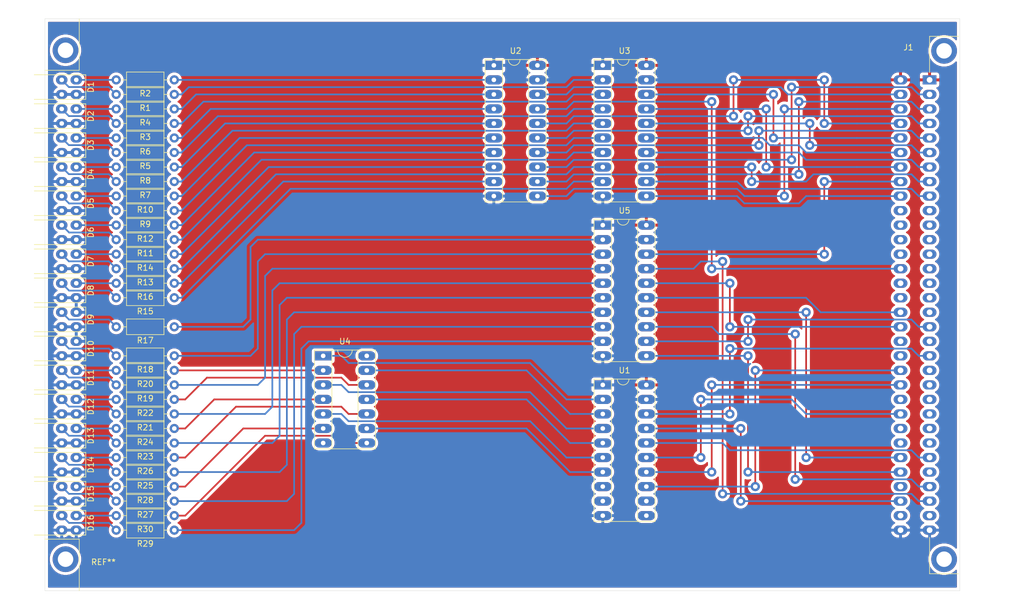
<source format=kicad_pcb>
(kicad_pcb (version 20171130) (host pcbnew 5.1.9-73d0e3b20d~88~ubuntu20.04.1)
  (layers (0 F.Cu signal) (31 B.Cu signal) (34 B.Paste user) (35 F.Paste user) (36 B.SilkS user) (37 F.SilkS user) (38 B.Mask user) (39 F.Mask user) (44 Edge.Cuts user))
  (net 0 "")
  (net 1 "Net-(D1-Pad4)")
  (net 2 "Net-(D1-Pad2)")
  (net 3 GND)
  (net 4 "Net-(D2-Pad4)")
  (net 5 "Net-(D2-Pad2)")
  (net 6 "Net-(D3-Pad4)")
  (net 7 "Net-(D3-Pad2)")
  (net 8 "Net-(D4-Pad4)")
  (net 9 "Net-(D4-Pad2)")
  (net 10 "Net-(D5-Pad4)")
  (net 11 "Net-(D5-Pad2)")
  (net 12 "Net-(D6-Pad4)")
  (net 13 "Net-(D6-Pad2)")
  (net 14 "Net-(D7-Pad4)")
  (net 15 "Net-(D7-Pad2)")
  (net 16 "Net-(D8-Pad4)")
  (net 17 "Net-(D8-Pad2)")
  (net 18 "Net-(D11-Pad4)")
  (net 19 "Net-(D11-Pad2)")
  (net 20 "Net-(D12-Pad4)")
  (net 21 "Net-(D12-Pad2)")
  (net 22 "Net-(D13-Pad4)")
  (net 23 "Net-(D13-Pad2)")
  (net 24 "Net-(D14-Pad4)")
  (net 25 "Net-(D14-Pad2)")
  (net 26 "Net-(D15-Pad4)")
  (net 27 "Net-(D15-Pad2)")
  (net 28 "Net-(D16-Pad4)")
  (net 29 "Net-(D16-Pad2)")
  (net 30 +5V)
  (net 31 /BD0)
  (net 32 /BD7)
  (net 33 /BD2)
  (net 34 /BA0)
  (net 35 /BA3)
  (net 36 /BA1)
  (net 37 /BA8)
  (net 38 /BA7)
  (net 39 "Net-(J1-Pad10C)")
  (net 40 "Net-(J1-Pad11C)")
  (net 41 "Net-(J1-Pad12C)")
  (net 42 "Net-(J1-Pad13C)")
  (net 43 /BD1)
  (net 44 "Net-(J1-Pad15C)")
  (net 45 /BA11)
  (net 46 /BA10)
  (net 47 "Net-(J1-Pad19C)")
  (net 48 "Net-(J1-Pad20C)")
  (net 49 /~BINT)
  (net 50 /~BWR)
  (net 51 "Net-(J1-Pad23C)")
  (net 52 /~BRD)
  (net 53 "Net-(J1-Pad25C)")
  (net 54 "Net-(J1-Pad26C)")
  (net 55 /BA12)
  (net 56 /BA15)
  (net 57 /CLK)
  (net 58 /~BMRQ)
  (net 59 /BD5)
  (net 60 /BD6)
  (net 61 /BD3)
  (net 62 /BD4)
  (net 63 /BA2)
  (net 64 /BA4)
  (net 65 /BA5)
  (net 66 /BA6)
  (net 67 "Net-(J1-Pad10A)")
  (net 68 "Net-(J1-Pad11A)")
  (net 69 "Net-(J1-Pad12A)")
  (net 70 "Net-(J1-Pad13A)")
  (net 71 "Net-(J1-Pad14A)")
  (net 72 "Net-(J1-Pad15A)")
  (net 73 "Net-(J1-Pad16A)")
  (net 74 "Net-(J1-Pad17A)")
  (net 75 /BA14)
  (net 76 "Net-(J1-Pad19A)")
  (net 77 /~BM1)
  (net 78 "Net-(J1-Pad21A)")
  (net 79 "Net-(J1-Pad22A)")
  (net 80 "Net-(J1-Pad23A)")
  (net 81 "Net-(J1-Pad24A)")
  (net 82 "Net-(J1-Pad25A)")
  (net 83 "Net-(J1-Pad26A)")
  (net 84 /~BIORQ)
  (net 85 "Net-(J1-Pad28A)")
  (net 86 /BA13)
  (net 87 /BA9)
  (net 88 "Net-(J1-Pad31A)")
  (net 89 "Net-(J1-Pad31C)")
  (net 90 /A0)
  (net 91 /D0)
  (net 92 /A1)
  (net 93 /D1)
  (net 94 /A2)
  (net 95 /D2)
  (net 96 /A3)
  (net 97 /D3)
  (net 98 /A4)
  (net 99 /D4)
  (net 100 /A5)
  (net 101 /D5)
  (net 102 /A6)
  (net 103 /D6)
  (net 104 /A7)
  (net 105 /D7)
  (net 106 /A8)
  (net 107 /A9)
  (net 108 /A10)
  (net 109 /M1)
  (net 110 /A11)
  (net 111 /MRQ)
  (net 112 /A12)
  (net 113 /IORQ)
  (net 114 /A13)
  (net 115 /RD)
  (net 116 /A14)
  (net 117 /WR)
  (net 118 /A15)
  (net 119 /INT)
  (net 120 "Net-(U1-Pad12)")
  (net 121 "Net-(U1-Pad11)")
  (net 122 "Net-(U1-Pad9)")
  (net 123 "Net-(U1-Pad8)")
  (net 124 /~INT)
  (net 125 /~WR)
  (net 126 /~RD)
  (net 127 /~IORQ)
  (net 128 /~MRQ)
  (net 129 /~M1)
  (net 130 "Net-(U4-Pad14)")
  (net 131 "Net-(U4-Pad7)")
  (net 132 "Net-(D9-Pad4)")
  (net 133 "Net-(D10-Pad4)")
  (module rackz80_footprints:Eurocard_FrontPanel (layer F.Cu) (at 70 140)
    (fp_text reference REF** (at 10.24 -5) (layer F.SilkS))
    (fp_text value Eurocard_FrontPanel)
    (pad "" np_thru_hole circle (at 3.6 -94.5) (size 4.5 4.5) (drill 2.7) (layers *.Cu *.Mask))
    (pad "" np_thru_hole circle (at 3.6 -5.5) (size 4.5 4.5) (drill 2.7) (layers *.Cu *.Mask))
  )
  (module rackz80_footprints:DIP-20_Socket (layer F.Cu) (at 167.55 76.08)
    (fp_text reference U5 (at 3.81 -2.54) (layer F.SilkS))
    (fp_text value 74HC245)
    (pad 20 thru_hole oval (at 7.62 0) (size 3 1.6) (drill 0.8) (layers *.Cu *.Mask) (net 30 +5V))
    (pad 19 thru_hole oval (at 7.62 2.54) (size 3 1.6) (drill 0.8) (layers *.Cu *.Mask) (net 3 GND))
    (pad 18 thru_hole oval (at 7.62 5.08) (size 3 1.6) (drill 0.8) (layers *.Cu *.Mask) (net 37 /BA8))
    (pad 17 thru_hole oval (at 7.62 7.62) (size 3 1.6) (drill 0.8) (layers *.Cu *.Mask) (net 87 /BA9))
    (pad 16 thru_hole oval (at 7.62 10.16) (size 3 1.6) (drill 0.8) (layers *.Cu *.Mask) (net 46 /BA10))
    (pad 15 thru_hole oval (at 7.62 12.7) (size 3 1.6) (drill 0.8) (layers *.Cu *.Mask) (net 45 /BA11))
    (pad 14 thru_hole oval (at 7.62 15.24) (size 3 1.6) (drill 0.8) (layers *.Cu *.Mask) (net 55 /BA12))
    (pad 13 thru_hole oval (at 7.62 17.78) (size 3 1.6) (drill 0.8) (layers *.Cu *.Mask) (net 86 /BA13))
    (pad 12 thru_hole oval (at 7.62 20.32) (size 3 1.6) (drill 0.8) (layers *.Cu *.Mask) (net 75 /BA14))
    (pad 11 thru_hole oval (at 7.62 22.86) (size 3 1.6) (drill 0.8) (layers *.Cu *.Mask) (net 56 /BA15))
    (pad 10 thru_hole oval (at 0 22.86) (size 3 1.6) (drill 0.8) (layers *.Cu *.Mask) (net 3 GND))
    (pad 9 thru_hole oval (at 0 20.32) (size 3 1.6) (drill 0.8) (layers *.Cu *.Mask) (net 118 /A15))
    (pad 8 thru_hole oval (at 0 17.78) (size 3 1.6) (drill 0.8) (layers *.Cu *.Mask) (net 116 /A14))
    (pad 7 thru_hole oval (at 0 15.24) (size 3 1.6) (drill 0.8) (layers *.Cu *.Mask) (net 114 /A13))
    (pad 6 thru_hole oval (at 0 12.7) (size 3 1.6) (drill 0.8) (layers *.Cu *.Mask) (net 112 /A12))
    (pad 5 thru_hole oval (at 0 10.16) (size 3 1.6) (drill 0.8) (layers *.Cu *.Mask) (net 110 /A11))
    (pad 4 thru_hole oval (at 0 7.62) (size 3 1.6) (drill 0.8) (layers *.Cu *.Mask) (net 108 /A10))
    (pad 3 thru_hole oval (at 0 5.08) (size 3 1.6) (drill 0.8) (layers *.Cu *.Mask) (net 107 /A9))
    (pad 2 thru_hole oval (at 0 2.54) (size 3 1.6) (drill 0.8) (layers *.Cu *.Mask) (net 106 /A8))
    (pad 1 thru_hole rect (at 0 0) (size 3 1.6) (drill 0.8) (layers *.Cu *.Mask) (net 3 GND))
  )
  (module rackz80_footprints:DIP-14_Socket (layer F.Cu) (at 118.655 98.94)
    (fp_text reference U4 (at 3.81 -2.54) (layer F.SilkS))
    (fp_text value 74LS04)
    (pad 14 thru_hole oval (at 7.62 0) (size 3 1.6) (drill 0.8) (layers *.Cu *.Mask) (net 130 "Net-(U4-Pad14)"))
    (pad 13 thru_hole oval (at 7.62 2.54) (size 3 1.6) (drill 0.8) (layers *.Cu *.Mask) (net 128 /~MRQ))
    (pad 12 thru_hole oval (at 7.62 5.08) (size 3 1.6) (drill 0.8) (layers *.Cu *.Mask) (net 111 /MRQ))
    (pad 11 thru_hole oval (at 7.62 7.62) (size 3 1.6) (drill 0.8) (layers *.Cu *.Mask) (net 126 /~RD))
    (pad 10 thru_hole oval (at 7.62 10.16) (size 3 1.6) (drill 0.8) (layers *.Cu *.Mask) (net 115 /RD))
    (pad 9 thru_hole oval (at 7.62 12.7) (size 3 1.6) (drill 0.8) (layers *.Cu *.Mask) (net 124 /~INT))
    (pad 8 thru_hole oval (at 7.62 15.24) (size 3 1.6) (drill 0.8) (layers *.Cu *.Mask) (net 119 /INT))
    (pad 7 thru_hole oval (at 0 15.24) (size 3 1.6) (drill 0.8) (layers *.Cu *.Mask) (net 131 "Net-(U4-Pad7)"))
    (pad 6 thru_hole oval (at 0 12.7) (size 3 1.6) (drill 0.8) (layers *.Cu *.Mask) (net 117 /WR))
    (pad 5 thru_hole oval (at 0 10.16) (size 3 1.6) (drill 0.8) (layers *.Cu *.Mask) (net 125 /~WR))
    (pad 4 thru_hole oval (at 0 7.62) (size 3 1.6) (drill 0.8) (layers *.Cu *.Mask) (net 113 /IORQ))
    (pad 3 thru_hole oval (at 0 5.08) (size 3 1.6) (drill 0.8) (layers *.Cu *.Mask) (net 127 /~IORQ))
    (pad 2 thru_hole oval (at 0 2.54) (size 3 1.6) (drill 0.8) (layers *.Cu *.Mask) (net 109 /M1))
    (pad 1 thru_hole rect (at 0 0) (size 3 1.6) (drill 0.8) (layers *.Cu *.Mask) (net 129 /~M1))
  )
  (module rackz80_footprints:DIP-20_Socket (layer F.Cu) (at 167.55 48.14)
    (fp_text reference U3 (at 3.81 -2.54) (layer F.SilkS))
    (fp_text value 74HC245)
    (pad 20 thru_hole oval (at 7.62 0) (size 3 1.6) (drill 0.8) (layers *.Cu *.Mask) (net 30 +5V))
    (pad 19 thru_hole oval (at 7.62 2.54) (size 3 1.6) (drill 0.8) (layers *.Cu *.Mask) (net 3 GND))
    (pad 18 thru_hole oval (at 7.62 5.08) (size 3 1.6) (drill 0.8) (layers *.Cu *.Mask) (net 34 /BA0))
    (pad 17 thru_hole oval (at 7.62 7.62) (size 3 1.6) (drill 0.8) (layers *.Cu *.Mask) (net 36 /BA1))
    (pad 16 thru_hole oval (at 7.62 10.16) (size 3 1.6) (drill 0.8) (layers *.Cu *.Mask) (net 63 /BA2))
    (pad 15 thru_hole oval (at 7.62 12.7) (size 3 1.6) (drill 0.8) (layers *.Cu *.Mask) (net 35 /BA3))
    (pad 14 thru_hole oval (at 7.62 15.24) (size 3 1.6) (drill 0.8) (layers *.Cu *.Mask) (net 64 /BA4))
    (pad 13 thru_hole oval (at 7.62 17.78) (size 3 1.6) (drill 0.8) (layers *.Cu *.Mask) (net 65 /BA5))
    (pad 12 thru_hole oval (at 7.62 20.32) (size 3 1.6) (drill 0.8) (layers *.Cu *.Mask) (net 66 /BA6))
    (pad 11 thru_hole oval (at 7.62 22.86) (size 3 1.6) (drill 0.8) (layers *.Cu *.Mask) (net 38 /BA7))
    (pad 10 thru_hole oval (at 0 22.86) (size 3 1.6) (drill 0.8) (layers *.Cu *.Mask) (net 3 GND))
    (pad 9 thru_hole oval (at 0 20.32) (size 3 1.6) (drill 0.8) (layers *.Cu *.Mask) (net 104 /A7))
    (pad 8 thru_hole oval (at 0 17.78) (size 3 1.6) (drill 0.8) (layers *.Cu *.Mask) (net 102 /A6))
    (pad 7 thru_hole oval (at 0 15.24) (size 3 1.6) (drill 0.8) (layers *.Cu *.Mask) (net 100 /A5))
    (pad 6 thru_hole oval (at 0 12.7) (size 3 1.6) (drill 0.8) (layers *.Cu *.Mask) (net 98 /A4))
    (pad 5 thru_hole oval (at 0 10.16) (size 3 1.6) (drill 0.8) (layers *.Cu *.Mask) (net 96 /A3))
    (pad 4 thru_hole oval (at 0 7.62) (size 3 1.6) (drill 0.8) (layers *.Cu *.Mask) (net 94 /A2))
    (pad 3 thru_hole oval (at 0 5.08) (size 3 1.6) (drill 0.8) (layers *.Cu *.Mask) (net 92 /A1))
    (pad 2 thru_hole oval (at 0 2.54) (size 3 1.6) (drill 0.8) (layers *.Cu *.Mask) (net 90 /A0))
    (pad 1 thru_hole rect (at 0 0) (size 3 1.6) (drill 0.8) (layers *.Cu *.Mask) (net 3 GND))
  )
  (module rackz80_footprints:DIP-20_Socket (layer F.Cu) (at 148.5 48.14)
    (fp_text reference U2 (at 3.81 -2.54) (layer F.SilkS))
    (fp_text value 74HC245)
    (pad 20 thru_hole oval (at 7.62 0) (size 3 1.6) (drill 0.8) (layers *.Cu *.Mask) (net 30 +5V))
    (pad 19 thru_hole oval (at 7.62 2.54) (size 3 1.6) (drill 0.8) (layers *.Cu *.Mask) (net 3 GND))
    (pad 18 thru_hole oval (at 7.62 5.08) (size 3 1.6) (drill 0.8) (layers *.Cu *.Mask) (net 31 /BD0))
    (pad 17 thru_hole oval (at 7.62 7.62) (size 3 1.6) (drill 0.8) (layers *.Cu *.Mask) (net 43 /BD1))
    (pad 16 thru_hole oval (at 7.62 10.16) (size 3 1.6) (drill 0.8) (layers *.Cu *.Mask) (net 33 /BD2))
    (pad 15 thru_hole oval (at 7.62 12.7) (size 3 1.6) (drill 0.8) (layers *.Cu *.Mask) (net 61 /BD3))
    (pad 14 thru_hole oval (at 7.62 15.24) (size 3 1.6) (drill 0.8) (layers *.Cu *.Mask) (net 62 /BD4))
    (pad 13 thru_hole oval (at 7.62 17.78) (size 3 1.6) (drill 0.8) (layers *.Cu *.Mask) (net 59 /BD5))
    (pad 12 thru_hole oval (at 7.62 20.32) (size 3 1.6) (drill 0.8) (layers *.Cu *.Mask) (net 60 /BD6))
    (pad 11 thru_hole oval (at 7.62 22.86) (size 3 1.6) (drill 0.8) (layers *.Cu *.Mask) (net 32 /BD7))
    (pad 10 thru_hole oval (at 0 22.86) (size 3 1.6) (drill 0.8) (layers *.Cu *.Mask) (net 3 GND))
    (pad 9 thru_hole oval (at 0 20.32) (size 3 1.6) (drill 0.8) (layers *.Cu *.Mask) (net 105 /D7))
    (pad 8 thru_hole oval (at 0 17.78) (size 3 1.6) (drill 0.8) (layers *.Cu *.Mask) (net 103 /D6))
    (pad 7 thru_hole oval (at 0 15.24) (size 3 1.6) (drill 0.8) (layers *.Cu *.Mask) (net 101 /D5))
    (pad 6 thru_hole oval (at 0 12.7) (size 3 1.6) (drill 0.8) (layers *.Cu *.Mask) (net 99 /D4))
    (pad 5 thru_hole oval (at 0 10.16) (size 3 1.6) (drill 0.8) (layers *.Cu *.Mask) (net 97 /D3))
    (pad 4 thru_hole oval (at 0 7.62) (size 3 1.6) (drill 0.8) (layers *.Cu *.Mask) (net 95 /D2))
    (pad 3 thru_hole oval (at 0 5.08) (size 3 1.6) (drill 0.8) (layers *.Cu *.Mask) (net 93 /D1))
    (pad 2 thru_hole oval (at 0 2.54) (size 3 1.6) (drill 0.8) (layers *.Cu *.Mask) (net 91 /D0))
    (pad 1 thru_hole rect (at 0 0) (size 3 1.6) (drill 0.8) (layers *.Cu *.Mask) (net 3 GND))
  )
  (module rackz80_footprints:DIP-20_Socket (layer F.Cu) (at 167.55 104.02)
    (fp_text reference U1 (at 3.81 -2.54) (layer F.SilkS))
    (fp_text value 74HC245)
    (pad 20 thru_hole oval (at 7.62 0) (size 3 1.6) (drill 0.8) (layers *.Cu *.Mask) (net 30 +5V))
    (pad 19 thru_hole oval (at 7.62 2.54) (size 3 1.6) (drill 0.8) (layers *.Cu *.Mask) (net 3 GND))
    (pad 18 thru_hole oval (at 7.62 5.08) (size 3 1.6) (drill 0.8) (layers *.Cu *.Mask) (net 77 /~BM1))
    (pad 17 thru_hole oval (at 7.62 7.62) (size 3 1.6) (drill 0.8) (layers *.Cu *.Mask) (net 58 /~BMRQ))
    (pad 16 thru_hole oval (at 7.62 10.16) (size 3 1.6) (drill 0.8) (layers *.Cu *.Mask) (net 84 /~BIORQ))
    (pad 15 thru_hole oval (at 7.62 12.7) (size 3 1.6) (drill 0.8) (layers *.Cu *.Mask) (net 52 /~BRD))
    (pad 14 thru_hole oval (at 7.62 15.24) (size 3 1.6) (drill 0.8) (layers *.Cu *.Mask) (net 50 /~BWR))
    (pad 13 thru_hole oval (at 7.62 17.78) (size 3 1.6) (drill 0.8) (layers *.Cu *.Mask) (net 49 /~BINT))
    (pad 12 thru_hole oval (at 7.62 20.32) (size 3 1.6) (drill 0.8) (layers *.Cu *.Mask) (net 120 "Net-(U1-Pad12)"))
    (pad 11 thru_hole oval (at 7.62 22.86) (size 3 1.6) (drill 0.8) (layers *.Cu *.Mask) (net 121 "Net-(U1-Pad11)"))
    (pad 10 thru_hole oval (at 0 22.86) (size 3 1.6) (drill 0.8) (layers *.Cu *.Mask) (net 3 GND))
    (pad 9 thru_hole oval (at 0 20.32) (size 3 1.6) (drill 0.8) (layers *.Cu *.Mask) (net 122 "Net-(U1-Pad9)"))
    (pad 8 thru_hole oval (at 0 17.78) (size 3 1.6) (drill 0.8) (layers *.Cu *.Mask) (net 123 "Net-(U1-Pad8)"))
    (pad 7 thru_hole oval (at 0 15.24) (size 3 1.6) (drill 0.8) (layers *.Cu *.Mask) (net 124 /~INT))
    (pad 6 thru_hole oval (at 0 12.7) (size 3 1.6) (drill 0.8) (layers *.Cu *.Mask) (net 125 /~WR))
    (pad 5 thru_hole oval (at 0 10.16) (size 3 1.6) (drill 0.8) (layers *.Cu *.Mask) (net 126 /~RD))
    (pad 4 thru_hole oval (at 0 7.62) (size 3 1.6) (drill 0.8) (layers *.Cu *.Mask) (net 127 /~IORQ))
    (pad 3 thru_hole oval (at 0 5.08) (size 3 1.6) (drill 0.8) (layers *.Cu *.Mask) (net 128 /~MRQ))
    (pad 2 thru_hole oval (at 0 2.54) (size 3 1.6) (drill 0.8) (layers *.Cu *.Mask) (net 129 /~M1))
    (pad 1 thru_hole rect (at 0 0) (size 3 1.6) (drill 0.8) (layers *.Cu *.Mask) (net 3 GND))
  )
  (module Resistor_THT:R_Axial_DIN0207_L6.3mm_D2.5mm_P10.16mm_Horizontal (layer F.Cu) (at 92.62 126.88 180)
    (fp_text reference R30 (at 5.08 -2.37) (layer F.SilkS))
    (fp_text value 1k)
    (pad 2 thru_hole oval (at 10.16 0 180) (size 1.6 1.6) (drill 0.8) (layers *.Cu *.Mask) (net 29 "Net-(D16-Pad2)"))
    (pad 1 thru_hole circle (at 0 0 180) (size 1.6 1.6) (drill 0.8) (layers *.Cu *.Mask) (net 119 /INT))
  )
  (module Resistor_THT:R_Axial_DIN0207_L6.3mm_D2.5mm_P10.16mm_Horizontal (layer F.Cu) (at 92.62 129.42 180)
    (fp_text reference R29 (at 5.08 -2.37) (layer F.SilkS))
    (fp_text value 1k)
    (pad 2 thru_hole oval (at 10.16 0 180) (size 1.6 1.6) (drill 0.8) (layers *.Cu *.Mask) (net 28 "Net-(D16-Pad4)"))
    (pad 1 thru_hole circle (at 0 0 180) (size 1.6 1.6) (drill 0.8) (layers *.Cu *.Mask) (net 118 /A15))
  )
  (module Resistor_THT:R_Axial_DIN0207_L6.3mm_D2.5mm_P10.16mm_Horizontal (layer F.Cu) (at 92.62 121.8 180)
    (fp_text reference R28 (at 5.08 -2.37) (layer F.SilkS))
    (fp_text value 1k)
    (pad 2 thru_hole oval (at 10.16 0 180) (size 1.6 1.6) (drill 0.8) (layers *.Cu *.Mask) (net 27 "Net-(D15-Pad2)"))
    (pad 1 thru_hole circle (at 0 0 180) (size 1.6 1.6) (drill 0.8) (layers *.Cu *.Mask) (net 117 /WR))
  )
  (module Resistor_THT:R_Axial_DIN0207_L6.3mm_D2.5mm_P10.16mm_Horizontal (layer F.Cu) (at 92.62 124.34 180)
    (fp_text reference R27 (at 5.08 -2.37) (layer F.SilkS))
    (fp_text value 1k)
    (pad 2 thru_hole oval (at 10.16 0 180) (size 1.6 1.6) (drill 0.8) (layers *.Cu *.Mask) (net 26 "Net-(D15-Pad4)"))
    (pad 1 thru_hole circle (at 0 0 180) (size 1.6 1.6) (drill 0.8) (layers *.Cu *.Mask) (net 116 /A14))
  )
  (module Resistor_THT:R_Axial_DIN0207_L6.3mm_D2.5mm_P10.16mm_Horizontal (layer F.Cu) (at 92.62 116.72 180)
    (fp_text reference R26 (at 5.08 -2.37) (layer F.SilkS))
    (fp_text value 1k)
    (pad 2 thru_hole oval (at 10.16 0 180) (size 1.6 1.6) (drill 0.8) (layers *.Cu *.Mask) (net 25 "Net-(D14-Pad2)"))
    (pad 1 thru_hole circle (at 0 0 180) (size 1.6 1.6) (drill 0.8) (layers *.Cu *.Mask) (net 115 /RD))
  )
  (module Resistor_THT:R_Axial_DIN0207_L6.3mm_D2.5mm_P10.16mm_Horizontal (layer F.Cu) (at 92.62 119.26 180)
    (fp_text reference R25 (at 5.08 -2.37) (layer F.SilkS))
    (fp_text value 1k)
    (pad 2 thru_hole oval (at 10.16 0 180) (size 1.6 1.6) (drill 0.8) (layers *.Cu *.Mask) (net 24 "Net-(D14-Pad4)"))
    (pad 1 thru_hole circle (at 0 0 180) (size 1.6 1.6) (drill 0.8) (layers *.Cu *.Mask) (net 114 /A13))
  )
  (module Resistor_THT:R_Axial_DIN0207_L6.3mm_D2.5mm_P10.16mm_Horizontal (layer F.Cu) (at 92.62 111.64 180)
    (fp_text reference R24 (at 5.08 -2.37) (layer F.SilkS))
    (fp_text value 1k)
    (pad 2 thru_hole oval (at 10.16 0 180) (size 1.6 1.6) (drill 0.8) (layers *.Cu *.Mask) (net 23 "Net-(D13-Pad2)"))
    (pad 1 thru_hole circle (at 0 0 180) (size 1.6 1.6) (drill 0.8) (layers *.Cu *.Mask) (net 113 /IORQ))
  )
  (module Resistor_THT:R_Axial_DIN0207_L6.3mm_D2.5mm_P10.16mm_Horizontal (layer F.Cu) (at 92.62 114.18 180)
    (fp_text reference R23 (at 5.08 -2.37) (layer F.SilkS))
    (fp_text value 1k)
    (pad 2 thru_hole oval (at 10.16 0 180) (size 1.6 1.6) (drill 0.8) (layers *.Cu *.Mask) (net 22 "Net-(D13-Pad4)"))
    (pad 1 thru_hole circle (at 0 0 180) (size 1.6 1.6) (drill 0.8) (layers *.Cu *.Mask) (net 112 /A12))
  )
  (module Resistor_THT:R_Axial_DIN0207_L6.3mm_D2.5mm_P10.16mm_Horizontal (layer F.Cu) (at 92.62 106.56 180)
    (fp_text reference R22 (at 5.08 -2.37) (layer F.SilkS))
    (fp_text value 1k)
    (pad 2 thru_hole oval (at 10.16 0 180) (size 1.6 1.6) (drill 0.8) (layers *.Cu *.Mask) (net 21 "Net-(D12-Pad2)"))
    (pad 1 thru_hole circle (at 0 0 180) (size 1.6 1.6) (drill 0.8) (layers *.Cu *.Mask) (net 111 /MRQ))
  )
  (module Resistor_THT:R_Axial_DIN0207_L6.3mm_D2.5mm_P10.16mm_Horizontal (layer F.Cu) (at 92.62 109.1 180)
    (fp_text reference R21 (at 5.08 -2.37) (layer F.SilkS))
    (fp_text value 1k)
    (pad 2 thru_hole oval (at 10.16 0 180) (size 1.6 1.6) (drill 0.8) (layers *.Cu *.Mask) (net 20 "Net-(D12-Pad4)"))
    (pad 1 thru_hole circle (at 0 0 180) (size 1.6 1.6) (drill 0.8) (layers *.Cu *.Mask) (net 110 /A11))
  )
  (module Resistor_THT:R_Axial_DIN0207_L6.3mm_D2.5mm_P10.16mm_Horizontal (layer F.Cu) (at 92.62 101.48 180)
    (fp_text reference R20 (at 5.08 -2.37) (layer F.SilkS))
    (fp_text value 1k)
    (pad 2 thru_hole oval (at 10.16 0 180) (size 1.6 1.6) (drill 0.8) (layers *.Cu *.Mask) (net 19 "Net-(D11-Pad2)"))
    (pad 1 thru_hole circle (at 0 0 180) (size 1.6 1.6) (drill 0.8) (layers *.Cu *.Mask) (net 109 /M1))
  )
  (module Resistor_THT:R_Axial_DIN0207_L6.3mm_D2.5mm_P10.16mm_Horizontal (layer F.Cu) (at 92.62 104.02 180)
    (fp_text reference R19 (at 5.08 -2.37) (layer F.SilkS))
    (fp_text value 1k)
    (pad 2 thru_hole oval (at 10.16 0 180) (size 1.6 1.6) (drill 0.8) (layers *.Cu *.Mask) (net 18 "Net-(D11-Pad4)"))
    (pad 1 thru_hole circle (at 0 0 180) (size 1.6 1.6) (drill 0.8) (layers *.Cu *.Mask) (net 108 /A10))
  )
  (module Resistor_THT:R_Axial_DIN0207_L6.3mm_D2.5mm_P10.16mm_Horizontal (layer F.Cu) (at 92.62 98.94 180)
    (fp_text reference R18 (at 5.08 -2.37) (layer F.SilkS))
    (fp_text value 1k)
    (pad 2 thru_hole oval (at 10.16 0 180) (size 1.6 1.6) (drill 0.8) (layers *.Cu *.Mask) (net 133 "Net-(D10-Pad4)"))
    (pad 1 thru_hole circle (at 0 0 180) (size 1.6 1.6) (drill 0.8) (layers *.Cu *.Mask) (net 107 /A9))
  )
  (module Resistor_THT:R_Axial_DIN0207_L6.3mm_D2.5mm_P10.16mm_Horizontal (layer F.Cu) (at 92.62 93.86 180)
    (fp_text reference R17 (at 5.08 -2.37) (layer F.SilkS))
    (fp_text value 1k)
    (pad 2 thru_hole oval (at 10.16 0 180) (size 1.6 1.6) (drill 0.8) (layers *.Cu *.Mask) (net 132 "Net-(D9-Pad4)"))
    (pad 1 thru_hole circle (at 0 0 180) (size 1.6 1.6) (drill 0.8) (layers *.Cu *.Mask) (net 106 /A8))
  )
  (module Resistor_THT:R_Axial_DIN0207_L6.3mm_D2.5mm_P10.16mm_Horizontal (layer F.Cu) (at 92.62 86.24 180)
    (fp_text reference R16 (at 5.08 -2.37) (layer F.SilkS))
    (fp_text value 1k)
    (pad 2 thru_hole oval (at 10.16 0 180) (size 1.6 1.6) (drill 0.8) (layers *.Cu *.Mask) (net 17 "Net-(D8-Pad2)"))
    (pad 1 thru_hole circle (at 0 0 180) (size 1.6 1.6) (drill 0.8) (layers *.Cu *.Mask) (net 105 /D7))
  )
  (module Resistor_THT:R_Axial_DIN0207_L6.3mm_D2.5mm_P10.16mm_Horizontal (layer F.Cu) (at 92.62 88.78 180)
    (fp_text reference R15 (at 5.08 -2.37) (layer F.SilkS))
    (fp_text value 1k)
    (pad 2 thru_hole oval (at 10.16 0 180) (size 1.6 1.6) (drill 0.8) (layers *.Cu *.Mask) (net 16 "Net-(D8-Pad4)"))
    (pad 1 thru_hole circle (at 0 0 180) (size 1.6 1.6) (drill 0.8) (layers *.Cu *.Mask) (net 104 /A7))
  )
  (module Resistor_THT:R_Axial_DIN0207_L6.3mm_D2.5mm_P10.16mm_Horizontal (layer F.Cu) (at 92.62 81.16 180)
    (fp_text reference R14 (at 5.08 -2.37) (layer F.SilkS))
    (fp_text value 1k)
    (pad 2 thru_hole oval (at 10.16 0 180) (size 1.6 1.6) (drill 0.8) (layers *.Cu *.Mask) (net 15 "Net-(D7-Pad2)"))
    (pad 1 thru_hole circle (at 0 0 180) (size 1.6 1.6) (drill 0.8) (layers *.Cu *.Mask) (net 103 /D6))
  )
  (module Resistor_THT:R_Axial_DIN0207_L6.3mm_D2.5mm_P10.16mm_Horizontal (layer F.Cu) (at 92.62 83.7 180)
    (fp_text reference R13 (at 5.08 -2.37) (layer F.SilkS))
    (fp_text value 1k)
    (pad 2 thru_hole oval (at 10.16 0 180) (size 1.6 1.6) (drill 0.8) (layers *.Cu *.Mask) (net 14 "Net-(D7-Pad4)"))
    (pad 1 thru_hole circle (at 0 0 180) (size 1.6 1.6) (drill 0.8) (layers *.Cu *.Mask) (net 102 /A6))
  )
  (module Resistor_THT:R_Axial_DIN0207_L6.3mm_D2.5mm_P10.16mm_Horizontal (layer F.Cu) (at 92.62 76.08 180)
    (fp_text reference R12 (at 5.08 -2.37) (layer F.SilkS))
    (fp_text value 1k)
    (pad 2 thru_hole oval (at 10.16 0 180) (size 1.6 1.6) (drill 0.8) (layers *.Cu *.Mask) (net 13 "Net-(D6-Pad2)"))
    (pad 1 thru_hole circle (at 0 0 180) (size 1.6 1.6) (drill 0.8) (layers *.Cu *.Mask) (net 101 /D5))
  )
  (module Resistor_THT:R_Axial_DIN0207_L6.3mm_D2.5mm_P10.16mm_Horizontal (layer F.Cu) (at 92.62 78.62 180)
    (fp_text reference R11 (at 5.08 -2.37) (layer F.SilkS))
    (fp_text value 1k)
    (pad 2 thru_hole oval (at 10.16 0 180) (size 1.6 1.6) (drill 0.8) (layers *.Cu *.Mask) (net 12 "Net-(D6-Pad4)"))
    (pad 1 thru_hole circle (at 0 0 180) (size 1.6 1.6) (drill 0.8) (layers *.Cu *.Mask) (net 100 /A5))
  )
  (module Resistor_THT:R_Axial_DIN0207_L6.3mm_D2.5mm_P10.16mm_Horizontal (layer F.Cu) (at 92.62 71 180)
    (fp_text reference R10 (at 5.08 -2.37) (layer F.SilkS))
    (fp_text value 1k)
    (pad 2 thru_hole oval (at 10.16 0 180) (size 1.6 1.6) (drill 0.8) (layers *.Cu *.Mask) (net 11 "Net-(D5-Pad2)"))
    (pad 1 thru_hole circle (at 0 0 180) (size 1.6 1.6) (drill 0.8) (layers *.Cu *.Mask) (net 99 /D4))
  )
  (module Resistor_THT:R_Axial_DIN0207_L6.3mm_D2.5mm_P10.16mm_Horizontal (layer F.Cu) (at 92.62 73.54 180)
    (fp_text reference R9 (at 5.08 -2.37) (layer F.SilkS))
    (fp_text value 1k)
    (pad 2 thru_hole oval (at 10.16 0 180) (size 1.6 1.6) (drill 0.8) (layers *.Cu *.Mask) (net 10 "Net-(D5-Pad4)"))
    (pad 1 thru_hole circle (at 0 0 180) (size 1.6 1.6) (drill 0.8) (layers *.Cu *.Mask) (net 98 /A4))
  )
  (module Resistor_THT:R_Axial_DIN0207_L6.3mm_D2.5mm_P10.16mm_Horizontal (layer F.Cu) (at 92.62 65.92 180)
    (fp_text reference R8 (at 5.08 -2.37) (layer F.SilkS))
    (fp_text value 1k)
    (pad 2 thru_hole oval (at 10.16 0 180) (size 1.6 1.6) (drill 0.8) (layers *.Cu *.Mask) (net 9 "Net-(D4-Pad2)"))
    (pad 1 thru_hole circle (at 0 0 180) (size 1.6 1.6) (drill 0.8) (layers *.Cu *.Mask) (net 97 /D3))
  )
  (module Resistor_THT:R_Axial_DIN0207_L6.3mm_D2.5mm_P10.16mm_Horizontal (layer F.Cu) (at 92.62 68.46 180)
    (fp_text reference R7 (at 5.08 -2.37) (layer F.SilkS))
    (fp_text value 1k)
    (pad 2 thru_hole oval (at 10.16 0 180) (size 1.6 1.6) (drill 0.8) (layers *.Cu *.Mask) (net 8 "Net-(D4-Pad4)"))
    (pad 1 thru_hole circle (at 0 0 180) (size 1.6 1.6) (drill 0.8) (layers *.Cu *.Mask) (net 96 /A3))
  )
  (module Resistor_THT:R_Axial_DIN0207_L6.3mm_D2.5mm_P10.16mm_Horizontal (layer F.Cu) (at 92.62 60.84 180)
    (fp_text reference R6 (at 5.08 -2.37) (layer F.SilkS))
    (fp_text value 1k)
    (pad 2 thru_hole oval (at 10.16 0 180) (size 1.6 1.6) (drill 0.8) (layers *.Cu *.Mask) (net 7 "Net-(D3-Pad2)"))
    (pad 1 thru_hole circle (at 0 0 180) (size 1.6 1.6) (drill 0.8) (layers *.Cu *.Mask) (net 95 /D2))
  )
  (module Resistor_THT:R_Axial_DIN0207_L6.3mm_D2.5mm_P10.16mm_Horizontal (layer F.Cu) (at 92.62 63.38 180)
    (fp_text reference R5 (at 5.08 -2.37) (layer F.SilkS))
    (fp_text value 1k)
    (pad 2 thru_hole oval (at 10.16 0 180) (size 1.6 1.6) (drill 0.8) (layers *.Cu *.Mask) (net 6 "Net-(D3-Pad4)"))
    (pad 1 thru_hole circle (at 0 0 180) (size 1.6 1.6) (drill 0.8) (layers *.Cu *.Mask) (net 94 /A2))
  )
  (module Resistor_THT:R_Axial_DIN0207_L6.3mm_D2.5mm_P10.16mm_Horizontal (layer F.Cu) (at 92.62 55.76 180)
    (fp_text reference R4 (at 5.08 -2.37) (layer F.SilkS))
    (fp_text value 1k)
    (pad 2 thru_hole oval (at 10.16 0 180) (size 1.6 1.6) (drill 0.8) (layers *.Cu *.Mask) (net 5 "Net-(D2-Pad2)"))
    (pad 1 thru_hole circle (at 0 0 180) (size 1.6 1.6) (drill 0.8) (layers *.Cu *.Mask) (net 93 /D1))
  )
  (module Resistor_THT:R_Axial_DIN0207_L6.3mm_D2.5mm_P10.16mm_Horizontal (layer F.Cu) (at 92.62 58.3 180)
    (fp_text reference R3 (at 5.08 -2.37) (layer F.SilkS))
    (fp_text value 1k)
    (pad 2 thru_hole oval (at 10.16 0 180) (size 1.6 1.6) (drill 0.8) (layers *.Cu *.Mask) (net 4 "Net-(D2-Pad4)"))
    (pad 1 thru_hole circle (at 0 0 180) (size 1.6 1.6) (drill 0.8) (layers *.Cu *.Mask) (net 92 /A1))
  )
  (module Resistor_THT:R_Axial_DIN0207_L6.3mm_D2.5mm_P10.16mm_Horizontal (layer F.Cu) (at 92.62 50.68 180)
    (fp_text reference R2 (at 5.08 -2.37) (layer F.SilkS))
    (fp_text value 1k)
    (pad 2 thru_hole oval (at 10.16 0 180) (size 1.6 1.6) (drill 0.8) (layers *.Cu *.Mask) (net 2 "Net-(D1-Pad2)"))
    (pad 1 thru_hole circle (at 0 0 180) (size 1.6 1.6) (drill 0.8) (layers *.Cu *.Mask) (net 91 /D0))
  )
  (module Resistor_THT:R_Axial_DIN0207_L6.3mm_D2.5mm_P10.16mm_Horizontal (layer F.Cu) (at 92.62 53.22 180)
    (fp_text reference R1 (at 5.08 -2.37) (layer F.SilkS))
    (fp_text value 1k)
    (pad 2 thru_hole oval (at 10.16 0 180) (size 1.6 1.6) (drill 0.8) (layers *.Cu *.Mask) (net 1 "Net-(D1-Pad4)"))
    (pad 1 thru_hole circle (at 0 0 180) (size 1.6 1.6) (drill 0.8) (layers *.Cu *.Mask) (net 90 /A0))
  )
  (module rackz80_footprints:Eurocard_DIN41612_C64_Male (layer F.Cu) (at 230 140)
    (fp_text reference J1 (at -9 -95 180) (layer F.SilkS))
    (fp_text value ECB_Kontron)
    (pad 1C thru_hole oval (at -10.38 -89.32) (size 2.4 1.6) (drill 1) (layers *.Cu *.Mask) (net 30 +5V))
    (pad 2C thru_hole oval (at -10.38 -86.78) (size 2.4 1.6) (drill 1) (layers *.Cu *.Mask) (net 31 /BD0))
    (pad 3C thru_hole oval (at -10.38 -84.24) (size 2.4 1.6) (drill 1) (layers *.Cu *.Mask) (net 32 /BD7))
    (pad 4C thru_hole oval (at -10.38 -81.7) (size 2.4 1.6) (drill 1) (layers *.Cu *.Mask) (net 33 /BD2))
    (pad 5C thru_hole oval (at -10.38 -79.16) (size 2.4 1.6) (drill 1) (layers *.Cu *.Mask) (net 34 /BA0))
    (pad 6C thru_hole oval (at -10.38 -76.62) (size 2.4 1.6) (drill 1) (layers *.Cu *.Mask) (net 35 /BA3))
    (pad 7C thru_hole oval (at -10.38 -74.08) (size 2.4 1.6) (drill 1) (layers *.Cu *.Mask) (net 36 /BA1))
    (pad 8C thru_hole oval (at -10.38 -71.54) (size 2.4 1.6) (drill 1) (layers *.Cu *.Mask) (net 37 /BA8))
    (pad 9C thru_hole oval (at -10.38 -69) (size 2.4 1.6) (drill 1) (layers *.Cu *.Mask) (net 38 /BA7))
    (pad 10C thru_hole oval (at -10.38 -66.46) (size 2.4 1.6) (drill 1) (layers *.Cu *.Mask) (net 39 "Net-(J1-Pad10C)"))
    (pad 11C thru_hole oval (at -10.38 -63.92) (size 2.4 1.6) (drill 1) (layers *.Cu *.Mask) (net 40 "Net-(J1-Pad11C)"))
    (pad 12C thru_hole oval (at -10.38 -61.38) (size 2.4 1.6) (drill 1) (layers *.Cu *.Mask) (net 41 "Net-(J1-Pad12C)"))
    (pad 13C thru_hole oval (at -10.38 -58.84) (size 2.4 1.6) (drill 1) (layers *.Cu *.Mask) (net 42 "Net-(J1-Pad13C)"))
    (pad 14C thru_hole oval (at -10.38 -56.3) (size 2.4 1.6) (drill 1) (layers *.Cu *.Mask) (net 43 /BD1))
    (pad 15C thru_hole oval (at -10.38 -53.76) (size 2.4 1.6) (drill 1) (layers *.Cu *.Mask) (net 44 "Net-(J1-Pad15C)"))
    (pad 16C thru_hole oval (at -10.38 -51.22) (size 2.4 1.6) (drill 1) (layers *.Cu *.Mask) (net 40 "Net-(J1-Pad11C)"))
    (pad 17C thru_hole oval (at -10.38 -48.68) (size 2.4 1.6) (drill 1) (layers *.Cu *.Mask) (net 45 /BA11))
    (pad 18C thru_hole oval (at -10.38 -46.14) (size 2.4 1.6) (drill 1) (layers *.Cu *.Mask) (net 46 /BA10))
    (pad 19C thru_hole oval (at -10.38 -43.6) (size 2.4 1.6) (drill 1) (layers *.Cu *.Mask) (net 47 "Net-(J1-Pad19C)"))
    (pad 20C thru_hole oval (at -10.38 -41.06) (size 2.4 1.6) (drill 1) (layers *.Cu *.Mask) (net 48 "Net-(J1-Pad20C)"))
    (pad 21C thru_hole oval (at -10.38 -38.52) (size 2.4 1.6) (drill 1) (layers *.Cu *.Mask) (net 49 /~BINT))
    (pad 22C thru_hole oval (at -10.38 -35.98) (size 2.4 1.6) (drill 1) (layers *.Cu *.Mask) (net 50 /~BWR))
    (pad 23C thru_hole oval (at -10.38 -33.44) (size 2.4 1.6) (drill 1) (layers *.Cu *.Mask) (net 51 "Net-(J1-Pad23C)"))
    (pad 24C thru_hole oval (at -10.38 -30.9) (size 2.4 1.6) (drill 1) (layers *.Cu *.Mask) (net 52 /~BRD))
    (pad 25C thru_hole oval (at -10.38 -28.36) (size 2.4 1.6) (drill 1) (layers *.Cu *.Mask) (net 53 "Net-(J1-Pad25C)"))
    (pad 26C thru_hole oval (at -10.38 -25.82) (size 2.4 1.6) (drill 1) (layers *.Cu *.Mask) (net 54 "Net-(J1-Pad26C)"))
    (pad 27C thru_hole oval (at -10.38 -23.28) (size 2.4 1.6) (drill 1) (layers *.Cu *.Mask) (net 55 /BA12))
    (pad 28C thru_hole oval (at -10.38 -20.74) (size 2.4 1.6) (drill 1) (layers *.Cu *.Mask) (net 56 /BA15))
    (pad 29C thru_hole oval (at -10.38 -18.2) (size 2.4 1.6) (drill 1) (layers *.Cu *.Mask) (net 57 /CLK))
    (pad 30C thru_hole oval (at -10.38 -15.66) (size 2.4 1.6) (drill 1) (layers *.Cu *.Mask) (net 58 /~BMRQ))
    (pad 1A thru_hole rect (at -5.3 -89.32) (size 2.4 1.6) (drill 1) (layers *.Cu *.Mask) (net 30 +5V))
    (pad 2A thru_hole oval (at -5.3 -86.78) (size 2.4 1.6) (drill 1) (layers *.Cu *.Mask) (net 59 /BD5))
    (pad 3A thru_hole oval (at -5.3 -84.24) (size 2.4 1.6) (drill 1) (layers *.Cu *.Mask) (net 60 /BD6))
    (pad 4A thru_hole oval (at -5.3 -81.7) (size 2.4 1.6) (drill 1) (layers *.Cu *.Mask) (net 61 /BD3))
    (pad 5A thru_hole oval (at -5.3 -79.16) (size 2.4 1.6) (drill 1) (layers *.Cu *.Mask) (net 62 /BD4))
    (pad 6A thru_hole oval (at -5.3 -76.62) (size 2.4 1.6) (drill 1) (layers *.Cu *.Mask) (net 63 /BA2))
    (pad 7A thru_hole oval (at -5.3 -74.08) (size 2.4 1.6) (drill 1) (layers *.Cu *.Mask) (net 64 /BA4))
    (pad 8A thru_hole oval (at -5.3 -71.54) (size 2.4 1.6) (drill 1) (layers *.Cu *.Mask) (net 65 /BA5))
    (pad 9A thru_hole oval (at -5.3 -69) (size 2.4 1.6) (drill 1) (layers *.Cu *.Mask) (net 66 /BA6))
    (pad 10A thru_hole oval (at -5.3 -66.46) (size 2.4 1.6) (drill 1) (layers *.Cu *.Mask) (net 67 "Net-(J1-Pad10A)"))
    (pad 11A thru_hole oval (at -5.3 -63.92) (size 2.4 1.6) (drill 1) (layers *.Cu *.Mask) (net 68 "Net-(J1-Pad11A)"))
    (pad 12A thru_hole oval (at -5.3 -61.38) (size 2.4 1.6) (drill 1) (layers *.Cu *.Mask) (net 69 "Net-(J1-Pad12A)"))
    (pad 13A thru_hole oval (at -5.3 -58.84) (size 2.4 1.6) (drill 1) (layers *.Cu *.Mask) (net 70 "Net-(J1-Pad13A)"))
    (pad 14A thru_hole oval (at -5.3 -56.3) (size 2.4 1.6) (drill 1) (layers *.Cu *.Mask) (net 71 "Net-(J1-Pad14A)"))
    (pad 15A thru_hole oval (at -5.3 -53.76) (size 2.4 1.6) (drill 1) (layers *.Cu *.Mask) (net 72 "Net-(J1-Pad15A)"))
    (pad 16A thru_hole oval (at -5.3 -51.22) (size 2.4 1.6) (drill 1) (layers *.Cu *.Mask) (net 73 "Net-(J1-Pad16A)"))
    (pad 17A thru_hole oval (at -5.3 -48.68) (size 2.4 1.6) (drill 1) (layers *.Cu *.Mask) (net 74 "Net-(J1-Pad17A)"))
    (pad 18A thru_hole oval (at -5.3 -46.14) (size 2.4 1.6) (drill 1) (layers *.Cu *.Mask) (net 75 /BA14))
    (pad 19A thru_hole oval (at -5.3 -43.6) (size 2.4 1.6) (drill 1) (layers *.Cu *.Mask) (net 76 "Net-(J1-Pad19A)"))
    (pad 20A thru_hole oval (at -5.3 -41.06) (size 2.4 1.6) (drill 1) (layers *.Cu *.Mask) (net 77 /~BM1))
    (pad 21A thru_hole oval (at -5.3 -38.52) (size 2.4 1.6) (drill 1) (layers *.Cu *.Mask) (net 78 "Net-(J1-Pad21A)"))
    (pad 22A thru_hole oval (at -5.3 -35.98) (size 2.4 1.6) (drill 1) (layers *.Cu *.Mask) (net 79 "Net-(J1-Pad22A)"))
    (pad 23A thru_hole oval (at -5.3 -33.44) (size 2.4 1.6) (drill 1) (layers *.Cu *.Mask) (net 80 "Net-(J1-Pad23A)"))
    (pad 24A thru_hole oval (at -5.3 -30.9) (size 2.4 1.6) (drill 1) (layers *.Cu *.Mask) (net 81 "Net-(J1-Pad24A)"))
    (pad 25A thru_hole oval (at -5.3 -28.36) (size 2.4 1.6) (drill 1) (layers *.Cu *.Mask) (net 82 "Net-(J1-Pad25A)"))
    (pad 26A thru_hole oval (at -5.3 -25.82) (size 2.4 1.6) (drill 1) (layers *.Cu *.Mask) (net 83 "Net-(J1-Pad26A)"))
    (pad 27A thru_hole oval (at -5.3 -23.28) (size 2.4 1.6) (drill 1) (layers *.Cu *.Mask) (net 84 /~BIORQ))
    (pad 28A thru_hole oval (at -5.3 -20.74) (size 2.4 1.6) (drill 1) (layers *.Cu *.Mask) (net 85 "Net-(J1-Pad28A)"))
    (pad 29A thru_hole oval (at -5.3 -18.2) (size 2.4 1.6) (drill 1) (layers *.Cu *.Mask) (net 86 /BA13))
    (pad 30A thru_hole oval (at -5.3 -15.66) (size 2.4 1.6) (drill 1) (layers *.Cu *.Mask) (net 87 /BA9))
    (pad 31A thru_hole oval (at -5.3 -13.12) (size 2.4 1.6) (drill 1) (layers *.Cu *.Mask) (net 88 "Net-(J1-Pad31A)"))
    (pad 31C thru_hole oval (at -10.38 -13.12) (size 2.4 1.6) (drill 1) (layers *.Cu *.Mask) (net 89 "Net-(J1-Pad31C)"))
    (pad 32C thru_hole oval (at -10.38 -10.58) (size 2.4 1.6) (drill 1) (layers *.Cu *.Mask) (net 3 GND))
    (pad 32A thru_hole oval (at -5.3 -10.58) (size 2.4 1.6) (drill 1) (layers *.Cu *.Mask) (net 3 GND))
    (pad "" np_thru_hole circle (at -2.76 -5.5) (size 4.5 4.5) (drill 2.7) (layers *.Cu *.Mask))
    (pad "" np_thru_hole circle (at -2.76 -94.4) (size 4.5 4.5) (drill 2.7) (layers *.Cu *.Mask))
  )
  (module rackz80_footprints:LED_Array_2 (layer F.Cu) (at 72.935 126.88)
    (fp_text reference D16 (at 5.08 1.27 90) (layer F.SilkS))
    (fp_text value LED)
    (pad 4 thru_hole oval (at 0 0) (size 2 1.6) (drill 0.8) (layers *.Cu *.Mask) (net 28 "Net-(D16-Pad4)"))
    (pad 2 thru_hole oval (at 2.54 0) (size 2 1.6) (drill 0.8) (layers *.Cu *.Mask) (net 29 "Net-(D16-Pad2)"))
    (pad 1 thru_hole oval (at 2.54 2.54) (size 2 1.6) (drill 0.8) (layers *.Cu *.Mask) (net 3 GND))
    (pad 3 thru_hole oval (at 0 2.54) (size 2 1.6) (drill 0.8) (layers *.Cu *.Mask) (net 3 GND))
  )
  (module rackz80_footprints:LED_Array_2 (layer F.Cu) (at 72.935 121.8)
    (fp_text reference D15 (at 5.08 1.27 90) (layer F.SilkS))
    (fp_text value LED)
    (pad 4 thru_hole oval (at 0 0) (size 2 1.6) (drill 0.8) (layers *.Cu *.Mask) (net 26 "Net-(D15-Pad4)"))
    (pad 2 thru_hole oval (at 2.54 0) (size 2 1.6) (drill 0.8) (layers *.Cu *.Mask) (net 27 "Net-(D15-Pad2)"))
    (pad 1 thru_hole oval (at 2.54 2.54) (size 2 1.6) (drill 0.8) (layers *.Cu *.Mask) (net 3 GND))
    (pad 3 thru_hole oval (at 0 2.54) (size 2 1.6) (drill 0.8) (layers *.Cu *.Mask) (net 3 GND))
  )
  (module rackz80_footprints:LED_Array_2 (layer F.Cu) (at 72.935 116.72)
    (fp_text reference D14 (at 5.08 1.27 90) (layer F.SilkS))
    (fp_text value LED)
    (pad 4 thru_hole oval (at 0 0) (size 2 1.6) (drill 0.8) (layers *.Cu *.Mask) (net 24 "Net-(D14-Pad4)"))
    (pad 2 thru_hole oval (at 2.54 0) (size 2 1.6) (drill 0.8) (layers *.Cu *.Mask) (net 25 "Net-(D14-Pad2)"))
    (pad 1 thru_hole oval (at 2.54 2.54) (size 2 1.6) (drill 0.8) (layers *.Cu *.Mask) (net 3 GND))
    (pad 3 thru_hole oval (at 0 2.54) (size 2 1.6) (drill 0.8) (layers *.Cu *.Mask) (net 3 GND))
  )
  (module rackz80_footprints:LED_Array_2 (layer F.Cu) (at 72.935 111.64)
    (fp_text reference D13 (at 5.08 1.27 90) (layer F.SilkS))
    (fp_text value LED)
    (pad 4 thru_hole oval (at 0 0) (size 2 1.6) (drill 0.8) (layers *.Cu *.Mask) (net 22 "Net-(D13-Pad4)"))
    (pad 2 thru_hole oval (at 2.54 0) (size 2 1.6) (drill 0.8) (layers *.Cu *.Mask) (net 23 "Net-(D13-Pad2)"))
    (pad 1 thru_hole oval (at 2.54 2.54) (size 2 1.6) (drill 0.8) (layers *.Cu *.Mask) (net 3 GND))
    (pad 3 thru_hole oval (at 0 2.54) (size 2 1.6) (drill 0.8) (layers *.Cu *.Mask) (net 3 GND))
  )
  (module rackz80_footprints:LED_Array_2 (layer F.Cu) (at 72.935 106.56)
    (fp_text reference D12 (at 5.08 1.27 90) (layer F.SilkS))
    (fp_text value LED)
    (pad 4 thru_hole oval (at 0 0) (size 2 1.6) (drill 0.8) (layers *.Cu *.Mask) (net 20 "Net-(D12-Pad4)"))
    (pad 2 thru_hole oval (at 2.54 0) (size 2 1.6) (drill 0.8) (layers *.Cu *.Mask) (net 21 "Net-(D12-Pad2)"))
    (pad 1 thru_hole oval (at 2.54 2.54) (size 2 1.6) (drill 0.8) (layers *.Cu *.Mask) (net 3 GND))
    (pad 3 thru_hole oval (at 0 2.54) (size 2 1.6) (drill 0.8) (layers *.Cu *.Mask) (net 3 GND))
  )
  (module rackz80_footprints:LED_Array_2 (layer F.Cu) (at 72.935 101.48)
    (fp_text reference D11 (at 5.08 1.27 90) (layer F.SilkS))
    (fp_text value LED)
    (pad 4 thru_hole oval (at 0 0) (size 2 1.6) (drill 0.8) (layers *.Cu *.Mask) (net 18 "Net-(D11-Pad4)"))
    (pad 2 thru_hole oval (at 2.54 0) (size 2 1.6) (drill 0.8) (layers *.Cu *.Mask) (net 19 "Net-(D11-Pad2)"))
    (pad 1 thru_hole oval (at 2.54 2.54) (size 2 1.6) (drill 0.8) (layers *.Cu *.Mask) (net 3 GND))
    (pad 3 thru_hole oval (at 0 2.54) (size 2 1.6) (drill 0.8) (layers *.Cu *.Mask) (net 3 GND))
  )
  (module rackz80_footprints:LED_Array_2 (layer F.Cu) (at 72.935 96.4)
    (fp_text reference D10 (at 5.08 1.27 90) (layer F.SilkS))
    (fp_text value LED)
    (pad 4 thru_hole oval (at 0 0) (size 2 1.6) (drill 0.8) (layers *.Cu *.Mask) (net 133 "Net-(D10-Pad4)"))
    (pad 2 thru_hole oval (at 2.54 0) (size 2 1.6) (drill 0.8) (layers *.Cu *.Mask) (net 3 GND))
    (pad 1 thru_hole oval (at 2.54 2.54) (size 2 1.6) (drill 0.8) (layers *.Cu *.Mask) (net 3 GND))
    (pad 3 thru_hole oval (at 0 2.54) (size 2 1.6) (drill 0.8) (layers *.Cu *.Mask) (net 3 GND))
  )
  (module rackz80_footprints:LED_Array_2 (layer F.Cu) (at 72.935 91.32)
    (fp_text reference D9 (at 5.08 1.27 90) (layer F.SilkS))
    (fp_text value LED)
    (pad 4 thru_hole oval (at 0 0) (size 2 1.6) (drill 0.8) (layers *.Cu *.Mask) (net 132 "Net-(D9-Pad4)"))
    (pad 2 thru_hole oval (at 2.54 0) (size 2 1.6) (drill 0.8) (layers *.Cu *.Mask) (net 3 GND))
    (pad 1 thru_hole oval (at 2.54 2.54) (size 2 1.6) (drill 0.8) (layers *.Cu *.Mask) (net 3 GND))
    (pad 3 thru_hole oval (at 0 2.54) (size 2 1.6) (drill 0.8) (layers *.Cu *.Mask) (net 3 GND))
  )
  (module rackz80_footprints:LED_Array_2 (layer F.Cu) (at 72.935 86.24)
    (fp_text reference D8 (at 5.08 1.27 90) (layer F.SilkS))
    (fp_text value LED)
    (pad 4 thru_hole oval (at 0 0) (size 2 1.6) (drill 0.8) (layers *.Cu *.Mask) (net 16 "Net-(D8-Pad4)"))
    (pad 2 thru_hole oval (at 2.54 0) (size 2 1.6) (drill 0.8) (layers *.Cu *.Mask) (net 17 "Net-(D8-Pad2)"))
    (pad 1 thru_hole oval (at 2.54 2.54) (size 2 1.6) (drill 0.8) (layers *.Cu *.Mask) (net 3 GND))
    (pad 3 thru_hole oval (at 0 2.54) (size 2 1.6) (drill 0.8) (layers *.Cu *.Mask) (net 3 GND))
  )
  (module rackz80_footprints:LED_Array_2 (layer F.Cu) (at 72.935 81.16)
    (fp_text reference D7 (at 5.08 1.27 90) (layer F.SilkS))
    (fp_text value LED)
    (pad 4 thru_hole oval (at 0 0) (size 2 1.6) (drill 0.8) (layers *.Cu *.Mask) (net 14 "Net-(D7-Pad4)"))
    (pad 2 thru_hole oval (at 2.54 0) (size 2 1.6) (drill 0.8) (layers *.Cu *.Mask) (net 15 "Net-(D7-Pad2)"))
    (pad 1 thru_hole oval (at 2.54 2.54) (size 2 1.6) (drill 0.8) (layers *.Cu *.Mask) (net 3 GND))
    (pad 3 thru_hole oval (at 0 2.54) (size 2 1.6) (drill 0.8) (layers *.Cu *.Mask) (net 3 GND))
  )
  (module rackz80_footprints:LED_Array_2 (layer F.Cu) (at 72.935 76.08)
    (fp_text reference D6 (at 5.08 1.27 90) (layer F.SilkS))
    (fp_text value LED)
    (pad 4 thru_hole oval (at 0 0) (size 2 1.6) (drill 0.8) (layers *.Cu *.Mask) (net 12 "Net-(D6-Pad4)"))
    (pad 2 thru_hole oval (at 2.54 0) (size 2 1.6) (drill 0.8) (layers *.Cu *.Mask) (net 13 "Net-(D6-Pad2)"))
    (pad 1 thru_hole oval (at 2.54 2.54) (size 2 1.6) (drill 0.8) (layers *.Cu *.Mask) (net 3 GND))
    (pad 3 thru_hole oval (at 0 2.54) (size 2 1.6) (drill 0.8) (layers *.Cu *.Mask) (net 3 GND))
  )
  (module rackz80_footprints:LED_Array_2 (layer F.Cu) (at 72.935 71)
    (fp_text reference D5 (at 5.08 1.27 90) (layer F.SilkS))
    (fp_text value LED)
    (pad 4 thru_hole oval (at 0 0) (size 2 1.6) (drill 0.8) (layers *.Cu *.Mask) (net 10 "Net-(D5-Pad4)"))
    (pad 2 thru_hole oval (at 2.54 0) (size 2 1.6) (drill 0.8) (layers *.Cu *.Mask) (net 11 "Net-(D5-Pad2)"))
    (pad 1 thru_hole oval (at 2.54 2.54) (size 2 1.6) (drill 0.8) (layers *.Cu *.Mask) (net 3 GND))
    (pad 3 thru_hole oval (at 0 2.54) (size 2 1.6) (drill 0.8) (layers *.Cu *.Mask) (net 3 GND))
  )
  (module rackz80_footprints:LED_Array_2 (layer F.Cu) (at 72.935 65.92)
    (fp_text reference D4 (at 5.08 1.27 90) (layer F.SilkS))
    (fp_text value LED)
    (pad 4 thru_hole oval (at 0 0) (size 2 1.6) (drill 0.8) (layers *.Cu *.Mask) (net 8 "Net-(D4-Pad4)"))
    (pad 2 thru_hole oval (at 2.54 0) (size 2 1.6) (drill 0.8) (layers *.Cu *.Mask) (net 9 "Net-(D4-Pad2)"))
    (pad 1 thru_hole oval (at 2.54 2.54) (size 2 1.6) (drill 0.8) (layers *.Cu *.Mask) (net 3 GND))
    (pad 3 thru_hole oval (at 0 2.54) (size 2 1.6) (drill 0.8) (layers *.Cu *.Mask) (net 3 GND))
  )
  (module rackz80_footprints:LED_Array_2 (layer F.Cu) (at 72.935 60.84)
    (fp_text reference D3 (at 5.08 1.27 90) (layer F.SilkS))
    (fp_text value LED)
    (pad 4 thru_hole oval (at 0 0) (size 2 1.6) (drill 0.8) (layers *.Cu *.Mask) (net 6 "Net-(D3-Pad4)"))
    (pad 2 thru_hole oval (at 2.54 0) (size 2 1.6) (drill 0.8) (layers *.Cu *.Mask) (net 7 "Net-(D3-Pad2)"))
    (pad 1 thru_hole oval (at 2.54 2.54) (size 2 1.6) (drill 0.8) (layers *.Cu *.Mask) (net 3 GND))
    (pad 3 thru_hole oval (at 0 2.54) (size 2 1.6) (drill 0.8) (layers *.Cu *.Mask) (net 3 GND))
  )
  (module rackz80_footprints:LED_Array_2 (layer F.Cu) (at 72.935 55.76)
    (fp_text reference D2 (at 5.08 1.27 90) (layer F.SilkS))
    (fp_text value LED)
    (pad 4 thru_hole oval (at 0 0) (size 2 1.6) (drill 0.8) (layers *.Cu *.Mask) (net 4 "Net-(D2-Pad4)"))
    (pad 2 thru_hole oval (at 2.54 0) (size 2 1.6) (drill 0.8) (layers *.Cu *.Mask) (net 5 "Net-(D2-Pad2)"))
    (pad 1 thru_hole oval (at 2.54 2.54) (size 2 1.6) (drill 0.8) (layers *.Cu *.Mask) (net 3 GND))
    (pad 3 thru_hole oval (at 0 2.54) (size 2 1.6) (drill 0.8) (layers *.Cu *.Mask) (net 3 GND))
  )
  (module rackz80_footprints:LED_Array_2 (layer F.Cu) (at 72.935 50.68)
    (fp_text reference D1 (at 5.08 1.27 90) (layer F.SilkS))
    (fp_text value LED)
    (pad 4 thru_hole oval (at 0 0) (size 2 1.6) (drill 0.8) (layers *.Cu *.Mask) (net 1 "Net-(D1-Pad4)"))
    (pad 2 thru_hole oval (at 2.54 0) (size 2 1.6) (drill 0.8) (layers *.Cu *.Mask) (net 2 "Net-(D1-Pad2)"))
    (pad 1 thru_hole oval (at 2.54 2.54) (size 2 1.6) (drill 0.8) (layers *.Cu *.Mask) (net 3 GND))
    (pad 3 thru_hole oval (at 0 2.54) (size 2 1.6) (drill 0.8) (layers *.Cu *.Mask) (net 3 GND))
  )
  (gr_line (start 70 40) (end 70 140) (layer Edge.Cuts) (width 0.05))
  (gr_line (start 230 40) (end 70 40) (layer Edge.Cuts) (width 0.05))
  (gr_line (start 230 140) (end 230 40) (layer Edge.Cuts) (width 0.05))
  (gr_line (start 70 140) (end 230 140) (layer Edge.Cuts) (width 0.05))
  (segment (start 81.17001 51.93001) (end 82.46 53.22) (width 0.3) (layer B.Cu) (net 1))
  (segment (start 74.18501 51.93001) (end 81.17001 51.93001) (width 0.3) (layer B.Cu) (net 1))
  (segment (start 72.935 50.68) (end 74.18501 51.93001) (width 0.3) (layer B.Cu) (net 1))
  (segment (start 75.475 50.68) (end 82.46 50.68) (width 0.3) (layer B.Cu) (net 2))
  (segment (start 81.17001 57.01001) (end 82.46 58.3) (width 0.3) (layer B.Cu) (net 4))
  (segment (start 74.18501 57.01001) (end 81.17001 57.01001) (width 0.3) (layer B.Cu) (net 4))
  (segment (start 72.935 55.76) (end 74.18501 57.01001) (width 0.3) (layer B.Cu) (net 4))
  (segment (start 75.475 55.76) (end 82.46 55.76) (width 0.3) (layer B.Cu) (net 5))
  (segment (start 81.17001 62.09001) (end 82.46 63.38) (width 0.3) (layer B.Cu) (net 6))
  (segment (start 74.18501 62.09001) (end 81.17001 62.09001) (width 0.3) (layer B.Cu) (net 6))
  (segment (start 72.935 60.84) (end 74.18501 62.09001) (width 0.3) (layer B.Cu) (net 6))
  (segment (start 82.46 60.84) (end 75.475 60.84) (width 0.3) (layer B.Cu) (net 7))
  (segment (start 81.17001 67.17001) (end 82.46 68.46) (width 0.3) (layer B.Cu) (net 8))
  (segment (start 74.18501 67.17001) (end 81.17001 67.17001) (width 0.3) (layer B.Cu) (net 8))
  (segment (start 72.935 65.92) (end 74.18501 67.17001) (width 0.3) (layer B.Cu) (net 8))
  (segment (start 75.475 65.92) (end 82.46 65.92) (width 0.3) (layer B.Cu) (net 9))
  (segment (start 81.20999 72.28999) (end 82.46 73.54) (width 0.3) (layer B.Cu) (net 10))
  (segment (start 74.22499 72.28999) (end 81.20999 72.28999) (width 0.3) (layer B.Cu) (net 10))
  (segment (start 72.935 71) (end 74.22499 72.28999) (width 0.3) (layer B.Cu) (net 10))
  (segment (start 82.46 71) (end 75.475 71) (width 0.3) (layer B.Cu) (net 11))
  (segment (start 81.20999 77.36999) (end 82.46 78.62) (width 0.3) (layer B.Cu) (net 12))
  (segment (start 74.22499 77.36999) (end 81.20999 77.36999) (width 0.3) (layer B.Cu) (net 12))
  (segment (start 72.935 76.08) (end 74.22499 77.36999) (width 0.3) (layer B.Cu) (net 12))
  (segment (start 75.475 76.08) (end 82.46 76.08) (width 0.3) (layer B.Cu) (net 13))
  (segment (start 81.17001 82.41001) (end 82.46 83.7) (width 0.3) (layer B.Cu) (net 14))
  (segment (start 74.18501 82.41001) (end 81.17001 82.41001) (width 0.3) (layer B.Cu) (net 14))
  (segment (start 72.935 81.16) (end 74.18501 82.41001) (width 0.3) (layer B.Cu) (net 14))
  (segment (start 82.46 81.16) (end 75.475 81.16) (width 0.3) (layer B.Cu) (net 15))
  (segment (start 81.20999 87.52999) (end 82.46 88.78) (width 0.3) (layer B.Cu) (net 16))
  (segment (start 74.22499 87.52999) (end 81.20999 87.52999) (width 0.3) (layer B.Cu) (net 16))
  (segment (start 72.935 86.24) (end 74.22499 87.52999) (width 0.3) (layer B.Cu) (net 16))
  (segment (start 75.475 86.24) (end 82.46 86.24) (width 0.3) (layer B.Cu) (net 17))
  (segment (start 81.17001 102.73001) (end 82.46 104.02) (width 0.3) (layer B.Cu) (net 18))
  (segment (start 74.18501 102.73001) (end 81.17001 102.73001) (width 0.3) (layer B.Cu) (net 18))
  (segment (start 72.935 101.48) (end 74.18501 102.73001) (width 0.3) (layer B.Cu) (net 18))
  (segment (start 82.46 101.48) (end 75.475 101.48) (width 0.3) (layer B.Cu) (net 19))
  (segment (start 81.17001 107.81001) (end 82.46 109.1) (width 0.3) (layer B.Cu) (net 20))
  (segment (start 74.18501 107.81001) (end 81.17001 107.81001) (width 0.3) (layer B.Cu) (net 20))
  (segment (start 72.935 106.56) (end 74.18501 107.81001) (width 0.3) (layer B.Cu) (net 20))
  (segment (start 75.475 106.56) (end 82.46 106.56) (width 0.3) (layer B.Cu) (net 21))
  (segment (start 72.935 111.64) (end 74.205 112.91) (width 0.3) (layer B.Cu) (net 22))
  (segment (start 81.19 112.91) (end 82.46 114.18) (width 0.3) (layer B.Cu) (net 22))
  (segment (start 74.205 112.91) (end 81.19 112.91) (width 0.3) (layer B.Cu) (net 22))
  (segment (start 82.46 111.64) (end 75.475 111.64) (width 0.3) (layer B.Cu) (net 23))
  (segment (start 72.935 116.72) (end 74.205 117.99) (width 0.3) (layer B.Cu) (net 24))
  (segment (start 81.19 117.99) (end 82.46 119.26) (width 0.3) (layer B.Cu) (net 24))
  (segment (start 74.205 117.99) (end 81.19 117.99) (width 0.3) (layer B.Cu) (net 24))
  (segment (start 75.475 116.72) (end 82.46 116.72) (width 0.3) (layer B.Cu) (net 25))
  (segment (start 72.935 121.8) (end 74.205 123.07) (width 0.3) (layer B.Cu) (net 26))
  (segment (start 81.19 123.07) (end 82.46 124.34) (width 0.3) (layer B.Cu) (net 26))
  (segment (start 74.205 123.07) (end 81.19 123.07) (width 0.3) (layer B.Cu) (net 26))
  (segment (start 82.46 121.8) (end 75.475 121.8) (width 0.3) (layer B.Cu) (net 27))
  (segment (start 72.935 126.88) (end 74.205 128.15) (width 0.3) (layer B.Cu) (net 28))
  (segment (start 81.19 128.15) (end 82.46 129.42) (width 0.3) (layer B.Cu) (net 28))
  (segment (start 74.205 128.15) (end 81.19 128.15) (width 0.3) (layer B.Cu) (net 28))
  (segment (start 75.475 126.88) (end 82.46 126.88) (width 0.3) (layer B.Cu) (net 29))
  (segment (start 161.2 53.22) (end 156.12 53.22) (width 0.3) (layer B.Cu) (net 31))
  (segment (start 162.47 51.95) (end 161.2 53.22) (width 0.3) (layer B.Cu) (net 31))
  (segment (start 198.665 51.95) (end 162.47 51.95) (width 0.3) (layer B.Cu) (net 31))
  (segment (start 199.935 53.22) (end 198.665 51.95) (width 0.3) (layer B.Cu) (net 31))
  (segment (start 219.62 53.22) (end 199.935 53.22) (width 0.3) (layer B.Cu) (net 31))
  (segment (start 219.62 55.76) (end 212 55.76) (width 0.3) (layer B.Cu) (net 32))
  (via (at 199.3 55.76) (size 1.6) (drill 0.8) (layers F.Cu B.Cu) (net 32))
  (segment (start 212 55.76) (end 199.3 55.76) (width 0.3) (layer B.Cu) (net 32))
  (segment (start 199.3 55.76) (end 199.3 69.73) (width 0.3) (layer F.Cu) (net 32))
  (segment (start 158.66 71) (end 156.12 71) (width 0.3) (layer B.Cu) (net 32))
  (segment (start 161.2 71) (end 158.66 71) (width 0.3) (layer B.Cu) (net 32))
  (segment (start 162.47 69.73) (end 161.2 71) (width 0.3) (layer B.Cu) (net 32))
  (via (at 199.3 71) (size 1.6) (drill 0.8) (layers F.Cu B.Cu) (net 32))
  (segment (start 199.3 69.73) (end 199.3 71) (width 0.3) (layer F.Cu) (net 32))
  (segment (start 199.3 71) (end 192.315 71) (width 0.3) (layer B.Cu) (net 32))
  (segment (start 192.315 71) (end 191.045 69.73) (width 0.3) (layer B.Cu) (net 32))
  (segment (start 191.045 69.73) (end 162.47 69.73) (width 0.3) (layer B.Cu) (net 32))
  (segment (start 219.62 58.3) (end 212 58.3) (width 0.3) (layer B.Cu) (net 33))
  (via (at 206.285 58.3) (size 1.6) (drill 0.8) (layers F.Cu B.Cu) (net 33))
  (segment (start 212 58.3) (end 206.285 58.3) (width 0.3) (layer B.Cu) (net 33))
  (via (at 206.285 50.68) (size 1.6) (drill 0.8) (layers F.Cu B.Cu) (net 33))
  (segment (start 206.285 58.3) (end 206.285 50.68) (width 0.3) (layer F.Cu) (net 33))
  (segment (start 206.285 50.68) (end 191.045 50.68) (width 0.3) (layer B.Cu) (net 33))
  (via (at 190.41 50.68) (size 1.6) (drill 0.8) (layers F.Cu B.Cu) (net 33))
  (segment (start 191.045 50.68) (end 190.41 50.68) (width 0.3) (layer B.Cu) (net 33))
  (via (at 190.41 57.03) (size 1.6) (drill 0.8) (layers F.Cu B.Cu) (net 33))
  (segment (start 190.41 50.68) (end 190.41 57.03) (width 0.3) (layer F.Cu) (net 33))
  (segment (start 161.2 58.3) (end 156.12 58.3) (width 0.3) (layer B.Cu) (net 33))
  (segment (start 162.47 57.03) (end 161.2 58.3) (width 0.3) (layer B.Cu) (net 33))
  (segment (start 190.41 57.03) (end 162.47 57.03) (width 0.3) (layer B.Cu) (net 33))
  (segment (start 175.17 53.22) (end 178.345 53.22) (width 0.3) (layer B.Cu) (net 34))
  (segment (start 219.62 60.84) (end 212 60.84) (width 0.3) (layer B.Cu) (net 34))
  (via (at 197.395 53.22) (size 1.6) (drill 0.8) (layers F.Cu B.Cu) (net 34))
  (segment (start 178.345 53.22) (end 197.395 53.22) (width 0.3) (layer B.Cu) (net 34))
  (via (at 197.395 60.84) (size 1.6) (drill 0.8) (layers F.Cu B.Cu) (net 34))
  (segment (start 212 60.84) (end 197.395 60.84) (width 0.3) (layer B.Cu) (net 34))
  (segment (start 197.395 60.84) (end 197.395 53.22) (width 0.3) (layer F.Cu) (net 34))
  (segment (start 196.740001 62.090001) (end 195.470001 60.820001) (width 0.3) (layer B.Cu) (net 35))
  (segment (start 197.375001 62.090001) (end 196.740001 62.090001) (width 0.3) (layer B.Cu) (net 35))
  (segment (start 195.470001 60.820001) (end 175.189999 60.820001) (width 0.3) (layer B.Cu) (net 35))
  (segment (start 197.395 62.11) (end 197.375001 62.090001) (width 0.3) (layer B.Cu) (net 35))
  (segment (start 201.84 62.11) (end 197.395 62.11) (width 0.3) (layer B.Cu) (net 35))
  (segment (start 203.11 63.38) (end 201.84 62.11) (width 0.3) (layer B.Cu) (net 35))
  (segment (start 175.189999 60.820001) (end 175.17 60.84) (width 0.3) (layer B.Cu) (net 35))
  (segment (start 219.62 63.38) (end 203.11 63.38) (width 0.3) (layer B.Cu) (net 35))
  (segment (start 175.17 55.76) (end 178.345 55.76) (width 0.3) (layer B.Cu) (net 36))
  (segment (start 219.62 65.92) (end 212 65.92) (width 0.3) (layer B.Cu) (net 36))
  (via (at 196.125 65.92) (size 1.6) (drill 0.8) (layers F.Cu B.Cu) (net 36))
  (segment (start 212 65.92) (end 196.125 65.92) (width 0.3) (layer B.Cu) (net 36))
  (via (at 196.125 55.76) (size 1.6) (drill 0.8) (layers F.Cu B.Cu) (net 36))
  (segment (start 196.125 65.92) (end 196.125 55.76) (width 0.3) (layer F.Cu) (net 36))
  (segment (start 196.125 55.76) (end 178.345 55.76) (width 0.3) (layer B.Cu) (net 36))
  (segment (start 219.62 68.46) (end 212 68.46) (width 0.3) (layer B.Cu) (net 37))
  (via (at 206.285 81.16) (size 1.6) (drill 0.8) (layers F.Cu B.Cu) (net 37))
  (segment (start 175.17 81.16) (end 206.285 81.16) (width 0.3) (layer B.Cu) (net 37))
  (via (at 206.285 68.46) (size 1.6) (drill 0.8) (layers F.Cu B.Cu) (net 37))
  (segment (start 206.285 81.16) (end 206.285 68.46) (width 0.3) (layer F.Cu) (net 37))
  (segment (start 206.285 68.46) (end 212 68.46) (width 0.3) (layer B.Cu) (net 37))
  (segment (start 175.17 71) (end 191.045 71) (width 0.3) (layer B.Cu) (net 38))
  (segment (start 191.045 71) (end 192.315 72.27) (width 0.3) (layer B.Cu) (net 38))
  (segment (start 192.315 72.27) (end 201.84 72.27) (width 0.3) (layer B.Cu) (net 38))
  (segment (start 203.11 71) (end 219.62 71) (width 0.3) (layer B.Cu) (net 38))
  (segment (start 201.84 72.27) (end 203.11 71) (width 0.3) (layer B.Cu) (net 38))
  (segment (start 156.12 55.76) (end 161.2 55.76) (width 0.3) (layer B.Cu) (net 43))
  (segment (start 161.2 55.76) (end 162.47 54.49) (width 0.3) (layer B.Cu) (net 43))
  (segment (start 162.47 54.49) (end 178.345 54.49) (width 0.3) (layer B.Cu) (net 43))
  (via (at 186.6 83.7) (size 1.6) (drill 0.8) (layers F.Cu B.Cu) (net 43))
  (segment (start 219.62 83.7) (end 186.6 83.7) (width 0.3) (layer B.Cu) (net 43))
  (via (at 186.6 54.49) (size 1.6) (drill 0.8) (layers F.Cu B.Cu) (net 43))
  (segment (start 186.6 83.7) (end 186.6 54.49) (width 0.3) (layer F.Cu) (net 43))
  (segment (start 186.6 54.49) (end 178.345 54.49) (width 0.3) (layer B.Cu) (net 43))
  (segment (start 175.17 88.78) (end 203.11 88.78) (width 0.3) (layer B.Cu) (net 45))
  (segment (start 205.65 91.32) (end 219.62 91.32) (width 0.3) (layer B.Cu) (net 45))
  (segment (start 203.11 88.78) (end 205.65 91.32) (width 0.3) (layer B.Cu) (net 45))
  (via (at 189.775 86.24) (size 1.6) (drill 0.8) (layers F.Cu B.Cu) (net 46))
  (segment (start 175.17 86.24) (end 189.775 86.24) (width 0.3) (layer B.Cu) (net 46))
  (via (at 189.775 93.86) (size 1.6) (drill 0.8) (layers F.Cu B.Cu) (net 46))
  (segment (start 189.775 86.24) (end 189.775 93.86) (width 0.3) (layer F.Cu) (net 46))
  (segment (start 189.775 93.86) (end 219.62 93.86) (width 0.3) (layer B.Cu) (net 46))
  (via (at 194.22 101.48) (size 1.6) (drill 0.8) (layers F.Cu B.Cu) (net 49))
  (segment (start 219.62 101.48) (end 194.22 101.48) (width 0.3) (layer B.Cu) (net 49))
  (via (at 194.22 121.8) (size 1.6) (drill 0.8) (layers F.Cu B.Cu) (net 49))
  (segment (start 194.22 101.48) (end 194.22 121.8) (width 0.3) (layer F.Cu) (net 49))
  (segment (start 194.22 121.8) (end 175.17 121.8) (width 0.3) (layer B.Cu) (net 49))
  (via (at 186.6 104.02) (size 1.6) (drill 0.8) (layers F.Cu B.Cu) (net 50))
  (segment (start 219.62 104.02) (end 186.6 104.02) (width 0.3) (layer B.Cu) (net 50))
  (via (at 186.6 119.26) (size 1.6) (drill 0.8) (layers F.Cu B.Cu) (net 50))
  (segment (start 186.6 104.02) (end 186.6 119.26) (width 0.3) (layer F.Cu) (net 50))
  (segment (start 186.6 119.26) (end 175.17 119.26) (width 0.3) (layer B.Cu) (net 50))
  (via (at 184.695 116.72) (size 1.6) (drill 0.8) (layers F.Cu B.Cu) (net 52))
  (segment (start 175.17 116.72) (end 184.695 116.72) (width 0.3) (layer B.Cu) (net 52))
  (via (at 184.695 106.56) (size 1.6) (drill 0.8) (layers F.Cu B.Cu) (net 52))
  (segment (start 184.695 116.72) (end 184.695 106.56) (width 0.3) (layer F.Cu) (net 52))
  (segment (start 184.695 106.56) (end 200.57 106.56) (width 0.3) (layer B.Cu) (net 52))
  (segment (start 200.57 106.56) (end 203.11 109.1) (width 0.3) (layer B.Cu) (net 52))
  (segment (start 203.11 109.1) (end 219.62 109.1) (width 0.3) (layer B.Cu) (net 52))
  (via (at 203.11 91.32) (size 1.6) (drill 0.8) (layers F.Cu B.Cu) (net 55))
  (segment (start 175.17 91.32) (end 203.11 91.32) (width 0.3) (layer B.Cu) (net 55))
  (via (at 203.11 116.72) (size 1.6) (drill 0.8) (layers F.Cu B.Cu) (net 55))
  (segment (start 203.11 91.32) (end 203.11 116.72) (width 0.3) (layer F.Cu) (net 55))
  (segment (start 203.11 116.72) (end 219.62 116.72) (width 0.3) (layer B.Cu) (net 55))
  (via (at 192.95 98.94) (size 1.6) (drill 0.8) (layers F.Cu B.Cu) (net 56))
  (segment (start 175.17 98.94) (end 192.95 98.94) (width 0.3) (layer B.Cu) (net 56))
  (via (at 192.95 119.26) (size 1.6) (drill 0.8) (layers F.Cu B.Cu) (net 56))
  (segment (start 192.95 98.94) (end 192.95 119.26) (width 0.3) (layer F.Cu) (net 56))
  (segment (start 192.95 119.26) (end 219.62 119.26) (width 0.3) (layer B.Cu) (net 56))
  (via (at 191.68 111.64) (size 1.6) (drill 0.8) (layers F.Cu B.Cu) (net 58))
  (segment (start 175.17 111.64) (end 191.68 111.64) (width 0.3) (layer B.Cu) (net 58))
  (via (at 191.68 124.34) (size 1.6) (drill 0.8) (layers F.Cu B.Cu) (net 58))
  (segment (start 191.68 111.64) (end 191.68 124.34) (width 0.3) (layer F.Cu) (net 58))
  (segment (start 191.68 124.34) (end 219.62 124.34) (width 0.3) (layer B.Cu) (net 58))
  (segment (start 161.2 65.92) (end 156.12 65.92) (width 0.3) (layer B.Cu) (net 59))
  (segment (start 162.45001 64.66999) (end 161.2 65.92) (width 0.3) (layer B.Cu) (net 59))
  (segment (start 162.45001 64.66999) (end 178.32501 64.66999) (width 0.3) (layer B.Cu) (net 59))
  (segment (start 224.7 53.22) (end 222.795 53.22) (width 0.3) (layer B.Cu) (net 59))
  (segment (start 222.795 53.22) (end 221.525 51.95) (width 0.3) (layer B.Cu) (net 59))
  (segment (start 221.525 51.95) (end 212 51.95) (width 0.3) (layer B.Cu) (net 59))
  (via (at 200.57 51.95) (size 1.6) (drill 0.8) (layers F.Cu B.Cu) (net 59))
  (segment (start 212 51.95) (end 200.57 51.95) (width 0.3) (layer B.Cu) (net 59))
  (via (at 200.57 64.65) (size 1.6) (drill 0.8) (layers F.Cu B.Cu) (net 59))
  (segment (start 200.57 51.95) (end 200.57 64.65) (width 0.3) (layer F.Cu) (net 59))
  (segment (start 178.345 64.65) (end 178.32501 64.66999) (width 0.3) (layer B.Cu) (net 59))
  (segment (start 200.57 64.65) (end 178.345 64.65) (width 0.3) (layer B.Cu) (net 59))
  (segment (start 161.2 68.46) (end 156.12 68.46) (width 0.3) (layer B.Cu) (net 60))
  (segment (start 162.45001 67.20999) (end 161.2 68.46) (width 0.3) (layer B.Cu) (net 60))
  (segment (start 162.45001 67.20999) (end 178.32501 67.20999) (width 0.3) (layer B.Cu) (net 60))
  (segment (start 224.7 55.76) (end 222.795 55.76) (width 0.3) (layer B.Cu) (net 60))
  (segment (start 222.795 55.76) (end 221.525 54.49) (width 0.3) (layer B.Cu) (net 60))
  (segment (start 221.525 54.49) (end 212 54.49) (width 0.3) (layer B.Cu) (net 60))
  (via (at 201.84 54.49) (size 1.6) (drill 0.8) (layers F.Cu B.Cu) (net 60))
  (segment (start 212 54.49) (end 201.84 54.49) (width 0.3) (layer B.Cu) (net 60))
  (via (at 201.84 67.19) (size 1.6) (drill 0.8) (layers F.Cu B.Cu) (net 60))
  (segment (start 201.84 54.49) (end 201.84 67.19) (width 0.3) (layer F.Cu) (net 60))
  (segment (start 178.345 67.19) (end 178.32501 67.20999) (width 0.3) (layer B.Cu) (net 60))
  (segment (start 201.84 67.19) (end 178.345 67.19) (width 0.3) (layer B.Cu) (net 60))
  (segment (start 156.12 60.84) (end 161.2 60.84) (width 0.3) (layer B.Cu) (net 61))
  (segment (start 161.2 60.84) (end 162.47 59.57) (width 0.3) (layer B.Cu) (net 61))
  (segment (start 162.47 59.57) (end 178.345 59.57) (width 0.3) (layer B.Cu) (net 61))
  (segment (start 224.7 58.3) (end 222.795 58.3) (width 0.3) (layer B.Cu) (net 61))
  (segment (start 222.795 58.3) (end 221.525 57.03) (width 0.3) (layer B.Cu) (net 61))
  (segment (start 221.525 57.03) (end 212 57.03) (width 0.3) (layer B.Cu) (net 61))
  (via (at 192.95 59.57) (size 1.6) (drill 0.8) (layers F.Cu B.Cu) (net 61))
  (segment (start 178.345 59.57) (end 192.95 59.57) (width 0.3) (layer B.Cu) (net 61))
  (via (at 192.95 57.03) (size 1.6) (drill 0.8) (layers F.Cu B.Cu) (net 61))
  (segment (start 192.95 59.57) (end 192.95 57.03) (width 0.3) (layer F.Cu) (net 61))
  (segment (start 192.95 57.03) (end 212 57.03) (width 0.3) (layer B.Cu) (net 61))
  (segment (start 224.7 60.84) (end 222.795 60.84) (width 0.3) (layer B.Cu) (net 62))
  (segment (start 222.795 60.84) (end 221.525 59.57) (width 0.3) (layer B.Cu) (net 62))
  (segment (start 221.525 59.57) (end 212 59.57) (width 0.3) (layer B.Cu) (net 62))
  (segment (start 161.2 63.38) (end 156.12 63.38) (width 0.3) (layer B.Cu) (net 62))
  (segment (start 162.47 62.11) (end 161.2 63.38) (width 0.3) (layer B.Cu) (net 62))
  (segment (start 198.03 59.57) (end 197.395 59.57) (width 0.3) (layer B.Cu) (net 62))
  (segment (start 212 59.57) (end 198.03 59.57) (width 0.3) (layer B.Cu) (net 62))
  (via (at 194.855 59.57) (size 1.6) (drill 0.8) (layers F.Cu B.Cu) (net 62))
  (segment (start 197.395 59.57) (end 194.855 59.57) (width 0.3) (layer B.Cu) (net 62))
  (via (at 194.855 62.11) (size 1.6) (drill 0.8) (layers F.Cu B.Cu) (net 62))
  (segment (start 194.855 59.57) (end 194.855 62.11) (width 0.3) (layer F.Cu) (net 62))
  (segment (start 194.855 62.11) (end 162.47 62.11) (width 0.3) (layer B.Cu) (net 62))
  (segment (start 175.17 58.3) (end 178.345 58.3) (width 0.3) (layer B.Cu) (net 63))
  (segment (start 224.7 63.38) (end 222.795 63.38) (width 0.3) (layer B.Cu) (net 63))
  (segment (start 222.795 63.38) (end 221.525 62.11) (width 0.3) (layer B.Cu) (net 63))
  (segment (start 221.525 62.11) (end 212 62.11) (width 0.3) (layer B.Cu) (net 63))
  (via (at 203.745 62.11) (size 1.6) (drill 0.8) (layers F.Cu B.Cu) (net 63))
  (segment (start 212 62.11) (end 203.745 62.11) (width 0.3) (layer B.Cu) (net 63))
  (via (at 203.745 58.3) (size 1.6) (drill 0.8) (layers F.Cu B.Cu) (net 63))
  (segment (start 203.745 62.11) (end 203.745 58.3) (width 0.3) (layer F.Cu) (net 63))
  (segment (start 203.745 58.3) (end 178.345 58.3) (width 0.3) (layer B.Cu) (net 63))
  (segment (start 222.795 65.92) (end 224.7 65.92) (width 0.3) (layer B.Cu) (net 64))
  (segment (start 221.525 64.65) (end 222.795 65.92) (width 0.3) (layer B.Cu) (net 64))
  (segment (start 203.11 64.65) (end 221.525 64.65) (width 0.3) (layer B.Cu) (net 64))
  (segment (start 201.84 63.38) (end 203.11 64.65) (width 0.3) (layer B.Cu) (net 64))
  (segment (start 175.17 63.38) (end 201.84 63.38) (width 0.3) (layer B.Cu) (net 64))
  (segment (start 175.17 65.92) (end 178.345 65.92) (width 0.3) (layer B.Cu) (net 65))
  (via (at 193.585 65.92) (size 1.6) (drill 0.8) (layers F.Cu B.Cu) (net 65))
  (segment (start 178.345 65.92) (end 193.585 65.92) (width 0.3) (layer B.Cu) (net 65))
  (via (at 193.585 68.46) (size 1.6) (drill 0.8) (layers F.Cu B.Cu) (net 65))
  (segment (start 193.585 65.92) (end 193.585 68.46) (width 0.3) (layer F.Cu) (net 65))
  (segment (start 221.525 67.19) (end 222.795 68.46) (width 0.3) (layer B.Cu) (net 65))
  (segment (start 204.38 67.19) (end 221.525 67.19) (width 0.3) (layer B.Cu) (net 65))
  (segment (start 222.795 68.46) (end 224.7 68.46) (width 0.3) (layer B.Cu) (net 65))
  (segment (start 203.11 68.46) (end 204.38 67.19) (width 0.3) (layer B.Cu) (net 65))
  (segment (start 193.585 68.46) (end 203.11 68.46) (width 0.3) (layer B.Cu) (net 65))
  (segment (start 191.045 68.46) (end 178.345 68.46) (width 0.3) (layer B.Cu) (net 66))
  (segment (start 178.345 68.46) (end 175.17 68.46) (width 0.3) (layer B.Cu) (net 66))
  (segment (start 192.315 69.73) (end 191.045 68.46) (width 0.3) (layer B.Cu) (net 66))
  (segment (start 221.525 69.73) (end 192.315 69.73) (width 0.3) (layer B.Cu) (net 66))
  (segment (start 222.795 71) (end 221.525 69.73) (width 0.3) (layer B.Cu) (net 66))
  (segment (start 224.7 71) (end 222.795 71) (width 0.3) (layer B.Cu) (net 66))
  (segment (start 224.7 93.86) (end 222.795 93.86) (width 0.3) (layer B.Cu) (net 75))
  (segment (start 222.795 93.86) (end 221.525 92.59) (width 0.3) (layer B.Cu) (net 75))
  (via (at 192.95 92.59) (size 1.6) (drill 0.8) (layers F.Cu B.Cu) (net 75))
  (segment (start 221.525 92.59) (end 192.95 92.59) (width 0.3) (layer B.Cu) (net 75))
  (via (at 192.95 96.4) (size 1.6) (drill 0.8) (layers F.Cu B.Cu) (net 75))
  (segment (start 192.95 92.59) (end 192.95 96.4) (width 0.3) (layer F.Cu) (net 75))
  (segment (start 192.95 96.4) (end 175.17 96.4) (width 0.3) (layer B.Cu) (net 75))
  (segment (start 224.7 98.94) (end 222.795 98.94) (width 0.3) (layer B.Cu) (net 77))
  (segment (start 222.795 98.94) (end 221.525 97.67) (width 0.3) (layer B.Cu) (net 77))
  (via (at 189.775 97.67) (size 1.6) (drill 0.8) (layers F.Cu B.Cu) (net 77))
  (segment (start 221.525 97.67) (end 189.775 97.67) (width 0.3) (layer B.Cu) (net 77))
  (via (at 189.775 109.1) (size 1.6) (drill 0.8) (layers F.Cu B.Cu) (net 77))
  (segment (start 189.775 97.67) (end 189.775 109.1) (width 0.3) (layer F.Cu) (net 77))
  (segment (start 189.775 109.1) (end 175.17 109.1) (width 0.3) (layer B.Cu) (net 77))
  (segment (start 224.7 116.72) (end 222.795 116.72) (width 0.3) (layer B.Cu) (net 84))
  (segment (start 222.795 116.72) (end 221.525 115.45) (width 0.3) (layer B.Cu) (net 84))
  (segment (start 221.525 115.45) (end 189.775 115.45) (width 0.3) (layer B.Cu) (net 84))
  (segment (start 188.505 114.18) (end 175.17 114.18) (width 0.3) (layer B.Cu) (net 84))
  (segment (start 189.775 115.45) (end 188.505 114.18) (width 0.3) (layer B.Cu) (net 84))
  (segment (start 175.17 93.86) (end 186.6 93.86) (width 0.3) (layer B.Cu) (net 86))
  (via (at 201.205 95.13) (size 1.6) (drill 0.8) (layers F.Cu B.Cu) (net 86))
  (segment (start 187.87 95.13) (end 201.205 95.13) (width 0.3) (layer B.Cu) (net 86))
  (segment (start 186.6 93.86) (end 187.87 95.13) (width 0.3) (layer B.Cu) (net 86))
  (via (at 201.205 120.53) (size 1.6) (drill 0.8) (layers F.Cu B.Cu) (net 86))
  (segment (start 201.205 95.13) (end 201.205 120.53) (width 0.3) (layer F.Cu) (net 86))
  (segment (start 201.205 120.53) (end 221.525 120.53) (width 0.3) (layer B.Cu) (net 86))
  (segment (start 221.525 120.53) (end 222.795 121.8) (width 0.3) (layer B.Cu) (net 86))
  (segment (start 222.795 121.8) (end 224.7 121.8) (width 0.3) (layer B.Cu) (net 86))
  (segment (start 175.17 83.7) (end 183.425 83.7) (width 0.3) (layer B.Cu) (net 87))
  (via (at 188.505 82.43) (size 1.6) (drill 0.8) (layers F.Cu B.Cu) (net 87))
  (segment (start 184.695 82.43) (end 188.505 82.43) (width 0.3) (layer B.Cu) (net 87))
  (segment (start 183.425 83.7) (end 184.695 82.43) (width 0.3) (layer B.Cu) (net 87))
  (via (at 188.505 123.07) (size 1.6) (drill 0.8) (layers F.Cu B.Cu) (net 87))
  (segment (start 188.505 82.43) (end 188.505 123.07) (width 0.3) (layer F.Cu) (net 87))
  (segment (start 188.505 123.07) (end 221.525 123.07) (width 0.3) (layer B.Cu) (net 87))
  (segment (start 221.525 123.07) (end 222.795 124.34) (width 0.3) (layer B.Cu) (net 87))
  (segment (start 222.795 124.34) (end 224.7 124.34) (width 0.3) (layer B.Cu) (net 87))
  (segment (start 161.2 51.95) (end 162.47 50.68) (width 0.3) (layer B.Cu) (net 90))
  (segment (start 162.47 50.68) (end 167.55 50.68) (width 0.3) (layer B.Cu) (net 90))
  (segment (start 95.16 51.95) (end 161.2 51.95) (width 0.3) (layer B.Cu) (net 90))
  (segment (start 93.89 53.22) (end 95.16 51.95) (width 0.3) (layer B.Cu) (net 90))
  (segment (start 92.62 53.22) (end 93.89 53.22) (width 0.3) (layer B.Cu) (net 90))
  (segment (start 148.5 50.68) (end 92.62 50.68) (width 0.3) (layer B.Cu) (net 91))
  (segment (start 162.47 53.22) (end 167.55 53.22) (width 0.3) (layer B.Cu) (net 92))
  (segment (start 161.2 54.49) (end 162.47 53.22) (width 0.3) (layer B.Cu) (net 92))
  (segment (start 97.7 54.49) (end 161.2 54.49) (width 0.3) (layer B.Cu) (net 92))
  (segment (start 93.89 58.3) (end 97.7 54.49) (width 0.3) (layer B.Cu) (net 92))
  (segment (start 92.62 58.3) (end 93.89 58.3) (width 0.3) (layer B.Cu) (net 92))
  (segment (start 148.5 53.22) (end 96.43 53.22) (width 0.3) (layer B.Cu) (net 93))
  (segment (start 93.89 55.76) (end 92.62 55.76) (width 0.3) (layer B.Cu) (net 93))
  (segment (start 96.43 53.22) (end 93.89 55.76) (width 0.3) (layer B.Cu) (net 93))
  (segment (start 161.2 57.03) (end 162.47 55.76) (width 0.3) (layer B.Cu) (net 94))
  (segment (start 100.24 57.03) (end 161.2 57.03) (width 0.3) (layer B.Cu) (net 94))
  (segment (start 162.47 55.76) (end 167.55 55.76) (width 0.3) (layer B.Cu) (net 94))
  (segment (start 93.89 63.38) (end 100.24 57.03) (width 0.3) (layer B.Cu) (net 94))
  (segment (start 92.62 63.38) (end 93.89 63.38) (width 0.3) (layer B.Cu) (net 94))
  (segment (start 148.5 55.76) (end 98.97 55.76) (width 0.3) (layer B.Cu) (net 95))
  (segment (start 93.89 60.84) (end 92.62 60.84) (width 0.3) (layer B.Cu) (net 95))
  (segment (start 98.97 55.76) (end 93.89 60.84) (width 0.3) (layer B.Cu) (net 95))
  (segment (start 162.47 58.3) (end 167.55 58.3) (width 0.3) (layer B.Cu) (net 96))
  (segment (start 161.2 59.57) (end 162.47 58.3) (width 0.3) (layer B.Cu) (net 96))
  (segment (start 102.78 59.57) (end 161.2 59.57) (width 0.3) (layer B.Cu) (net 96))
  (segment (start 93.89 68.46) (end 102.78 59.57) (width 0.3) (layer B.Cu) (net 96))
  (segment (start 92.62 68.46) (end 93.89 68.46) (width 0.3) (layer B.Cu) (net 96))
  (segment (start 148.5 58.3) (end 101.51 58.3) (width 0.3) (layer B.Cu) (net 97))
  (segment (start 93.89 65.92) (end 92.62 65.92) (width 0.3) (layer B.Cu) (net 97))
  (segment (start 101.51 58.3) (end 93.89 65.92) (width 0.3) (layer B.Cu) (net 97))
  (segment (start 162.47 60.84) (end 167.55 60.84) (width 0.3) (layer B.Cu) (net 98))
  (segment (start 161.2 62.11) (end 162.47 60.84) (width 0.3) (layer B.Cu) (net 98))
  (segment (start 105.32 62.11) (end 161.2 62.11) (width 0.3) (layer B.Cu) (net 98))
  (segment (start 93.89 73.54) (end 105.32 62.11) (width 0.3) (layer B.Cu) (net 98))
  (segment (start 92.62 73.54) (end 93.89 73.54) (width 0.3) (layer B.Cu) (net 98))
  (segment (start 148.5 60.84) (end 104.05 60.84) (width 0.3) (layer B.Cu) (net 99))
  (segment (start 93.89 71) (end 92.62 71) (width 0.3) (layer B.Cu) (net 99))
  (segment (start 104.05 60.84) (end 93.89 71) (width 0.3) (layer B.Cu) (net 99))
  (segment (start 162.47 63.38) (end 167.55 63.38) (width 0.3) (layer B.Cu) (net 100))
  (segment (start 161.2 64.65) (end 162.47 63.38) (width 0.3) (layer B.Cu) (net 100))
  (segment (start 93.89 78.62) (end 107.86 64.65) (width 0.3) (layer B.Cu) (net 100))
  (segment (start 107.86 64.65) (end 161.2 64.65) (width 0.3) (layer B.Cu) (net 100))
  (segment (start 92.62 78.62) (end 93.89 78.62) (width 0.3) (layer B.Cu) (net 100))
  (segment (start 148.5 63.38) (end 106.59 63.38) (width 0.3) (layer B.Cu) (net 101))
  (segment (start 93.89 76.08) (end 92.62 76.08) (width 0.3) (layer B.Cu) (net 101))
  (segment (start 106.59 63.38) (end 93.89 76.08) (width 0.3) (layer B.Cu) (net 101))
  (segment (start 162.47 65.92) (end 167.55 65.92) (width 0.3) (layer B.Cu) (net 102))
  (segment (start 161.2 67.19) (end 162.47 65.92) (width 0.3) (layer B.Cu) (net 102))
  (segment (start 110.4 67.19) (end 161.2 67.19) (width 0.3) (layer B.Cu) (net 102))
  (segment (start 93.89 83.7) (end 110.4 67.19) (width 0.3) (layer B.Cu) (net 102))
  (segment (start 92.62 83.7) (end 93.89 83.7) (width 0.3) (layer B.Cu) (net 102))
  (segment (start 148.5 65.92) (end 109.13 65.92) (width 0.3) (layer B.Cu) (net 103))
  (segment (start 93.89 81.16) (end 92.62 81.16) (width 0.3) (layer B.Cu) (net 103))
  (segment (start 109.13 65.92) (end 93.89 81.16) (width 0.3) (layer B.Cu) (net 103))
  (segment (start 161.2 69.73) (end 162.47 68.46) (width 0.3) (layer B.Cu) (net 104))
  (segment (start 112.94 69.73) (end 161.2 69.73) (width 0.3) (layer B.Cu) (net 104))
  (segment (start 93.89 88.78) (end 112.94 69.73) (width 0.3) (layer B.Cu) (net 104))
  (segment (start 162.47 68.46) (end 167.55 68.46) (width 0.3) (layer B.Cu) (net 104))
  (segment (start 92.62 88.78) (end 93.89 88.78) (width 0.3) (layer B.Cu) (net 104))
  (segment (start 148.5 68.46) (end 111.67 68.46) (width 0.3) (layer B.Cu) (net 105))
  (segment (start 93.89 86.24) (end 92.62 86.24) (width 0.3) (layer B.Cu) (net 105))
  (segment (start 111.67 68.46) (end 93.89 86.24) (width 0.3) (layer B.Cu) (net 105))
  (segment (start 167.55 78.62) (end 107.225 78.62) (width 0.3) (layer B.Cu) (net 106))
  (segment (start 107.225 78.62) (end 105.955 79.89) (width 0.3) (layer B.Cu) (net 106))
  (segment (start 105.955 79.89) (end 105.955 92.59) (width 0.3) (layer B.Cu) (net 106))
  (segment (start 104.685 93.86) (end 92.62 93.86) (width 0.3) (layer B.Cu) (net 106))
  (segment (start 105.955 92.59) (end 104.685 93.86) (width 0.3) (layer B.Cu) (net 106))
  (segment (start 167.55 81.16) (end 108.495 81.16) (width 0.3) (layer B.Cu) (net 107))
  (segment (start 108.495 81.16) (end 107.225 82.43) (width 0.3) (layer B.Cu) (net 107))
  (segment (start 107.225 82.43) (end 107.225 97.67) (width 0.3) (layer B.Cu) (net 107))
  (segment (start 105.955 98.94) (end 92.62 98.94) (width 0.3) (layer B.Cu) (net 107))
  (segment (start 107.225 97.67) (end 105.955 98.94) (width 0.3) (layer B.Cu) (net 107))
  (segment (start 92.62 104.02) (end 107.225 104.02) (width 0.3) (layer B.Cu) (net 108))
  (segment (start 107.225 104.02) (end 108.495 102.75) (width 0.3) (layer B.Cu) (net 108))
  (segment (start 108.495 102.75) (end 108.495 84.97) (width 0.3) (layer B.Cu) (net 108))
  (segment (start 109.765 83.7) (end 167.55 83.7) (width 0.3) (layer B.Cu) (net 108))
  (segment (start 108.495 84.97) (end 109.765 83.7) (width 0.3) (layer B.Cu) (net 108))
  (segment (start 118.655 101.48) (end 92.62 101.48) (width 0.3) (layer F.Cu) (net 109))
  (segment (start 167.55 86.24) (end 111.035 86.24) (width 0.3) (layer B.Cu) (net 110))
  (segment (start 111.035 86.24) (end 109.765 87.51) (width 0.3) (layer B.Cu) (net 110))
  (segment (start 109.765 87.51) (end 109.765 107.83) (width 0.3) (layer B.Cu) (net 110))
  (segment (start 108.495 109.1) (end 92.62 109.1) (width 0.3) (layer B.Cu) (net 110))
  (segment (start 109.765 107.83) (end 108.495 109.1) (width 0.3) (layer B.Cu) (net 110))
  (segment (start 118.655 106.56) (end 99.605 106.56) (width 0.3) (layer F.Cu) (net 113))
  (segment (start 99.605 106.56) (end 94.525 111.64) (width 0.3) (layer F.Cu) (net 113))
  (segment (start 167.55 88.78) (end 112.305 88.78) (width 0.3) (layer B.Cu) (net 112))
  (segment (start 112.305 88.78) (end 111.035 90.05) (width 0.3) (layer B.Cu) (net 112))
  (segment (start 111.035 90.05) (end 111.035 112.91) (width 0.3) (layer B.Cu) (net 112))
  (segment (start 109.765 114.18) (end 92.62 114.18) (width 0.3) (layer B.Cu) (net 112))
  (segment (start 111.035 112.91) (end 109.765 114.18) (width 0.3) (layer B.Cu) (net 112))
  (segment (start 118.655 111.64) (end 104.685 111.64) (width 0.3) (layer F.Cu) (net 117))
  (segment (start 104.685 111.64) (end 94.525 121.8) (width 0.3) (layer F.Cu) (net 117))
  (segment (start 92.62 119.26) (end 111.035 119.26) (width 0.3) (layer B.Cu) (net 114))
  (segment (start 111.035 119.26) (end 112.305 117.99) (width 0.3) (layer B.Cu) (net 114))
  (segment (start 112.305 117.99) (end 112.305 92.59) (width 0.3) (layer B.Cu) (net 114))
  (segment (start 112.305 92.59) (end 113.575 91.32) (width 0.3) (layer B.Cu) (net 114))
  (segment (start 113.575 91.32) (end 167.55 91.32) (width 0.3) (layer B.Cu) (net 114))
  (segment (start 167.55 93.86) (end 114.845 93.86) (width 0.3) (layer B.Cu) (net 116))
  (segment (start 114.845 93.86) (end 113.575 95.13) (width 0.3) (layer B.Cu) (net 116))
  (segment (start 113.575 95.13) (end 113.575 123.07) (width 0.3) (layer B.Cu) (net 116))
  (segment (start 112.305 124.34) (end 92.62 124.34) (width 0.3) (layer B.Cu) (net 116))
  (segment (start 113.575 123.07) (end 112.305 124.34) (width 0.3) (layer B.Cu) (net 116))
  (segment (start 167.55 96.4) (end 116.115 96.4) (width 0.3) (layer B.Cu) (net 118))
  (segment (start 116.115 96.4) (end 114.845 97.67) (width 0.3) (layer B.Cu) (net 118))
  (segment (start 114.845 97.67) (end 114.845 128.15) (width 0.3) (layer B.Cu) (net 118))
  (segment (start 113.575 129.42) (end 92.62 129.42) (width 0.3) (layer B.Cu) (net 118))
  (segment (start 114.845 128.15) (end 113.575 129.42) (width 0.3) (layer B.Cu) (net 118))
  (segment (start 126.275 104.02) (end 123.1 104.02) (width 0.3) (layer F.Cu) (net 111))
  (segment (start 123.1 104.02) (end 121.83 102.75) (width 0.3) (layer F.Cu) (net 111))
  (segment (start 121.83 102.75) (end 98.335 102.75) (width 0.3) (layer F.Cu) (net 111))
  (segment (start 98.335 102.75) (end 94.525 106.56) (width 0.3) (layer F.Cu) (net 111))
  (segment (start 94.525 106.56) (end 92.62 106.56) (width 0.3) (layer F.Cu) (net 111))
  (segment (start 94.525 111.64) (end 92.62 111.64) (width 0.3) (layer F.Cu) (net 113))
  (segment (start 103.415 107.83) (end 94.525 116.72) (width 0.3) (layer F.Cu) (net 115))
  (segment (start 121.83 107.83) (end 103.415 107.83) (width 0.3) (layer F.Cu) (net 115))
  (segment (start 123.1 109.1) (end 121.83 107.83) (width 0.3) (layer F.Cu) (net 115))
  (segment (start 94.525 116.72) (end 92.62 116.72) (width 0.3) (layer F.Cu) (net 115))
  (segment (start 126.275 109.1) (end 123.1 109.1) (width 0.3) (layer F.Cu) (net 115))
  (segment (start 94.525 121.8) (end 92.62 121.8) (width 0.3) (layer F.Cu) (net 117))
  (segment (start 94.525 126.88) (end 92.62 126.88) (width 0.3) (layer F.Cu) (net 119))
  (segment (start 108.495 112.91) (end 94.525 126.88) (width 0.3) (layer F.Cu) (net 119))
  (segment (start 123.1 114.18) (end 121.83 112.91) (width 0.3) (layer F.Cu) (net 119))
  (segment (start 121.83 112.91) (end 108.495 112.91) (width 0.3) (layer F.Cu) (net 119))
  (segment (start 126.275 114.18) (end 123.1 114.18) (width 0.3) (layer F.Cu) (net 119))
  (segment (start 154.215 111.64) (end 126.275 111.64) (width 0.3) (layer B.Cu) (net 124))
  (segment (start 161.835 119.26) (end 154.215 111.64) (width 0.3) (layer B.Cu) (net 124))
  (segment (start 167.55 119.26) (end 161.835 119.26) (width 0.3) (layer B.Cu) (net 124))
  (segment (start 167.55 116.72) (end 161.2 116.72) (width 0.3) (layer B.Cu) (net 125))
  (segment (start 161.2 116.72) (end 154.85 110.37) (width 0.3) (layer B.Cu) (net 125))
  (segment (start 154.85 110.37) (end 123.1 110.37) (width 0.3) (layer B.Cu) (net 125))
  (segment (start 121.83 109.1) (end 118.655 109.1) (width 0.3) (layer B.Cu) (net 125))
  (segment (start 123.1 110.37) (end 121.83 109.1) (width 0.3) (layer B.Cu) (net 125))
  (segment (start 167.55 114.18) (end 161.835 114.18) (width 0.3) (layer B.Cu) (net 126))
  (segment (start 154.215 106.56) (end 126.275 106.56) (width 0.3) (layer B.Cu) (net 126))
  (segment (start 161.835 114.18) (end 154.215 106.56) (width 0.3) (layer B.Cu) (net 126))
  (segment (start 167.55 111.64) (end 161.2 111.64) (width 0.3) (layer B.Cu) (net 127))
  (segment (start 161.2 111.64) (end 154.85 105.29) (width 0.3) (layer B.Cu) (net 127))
  (segment (start 154.85 105.29) (end 123.1 105.29) (width 0.3) (layer B.Cu) (net 127))
  (segment (start 121.83 104.02) (end 118.655 104.02) (width 0.3) (layer B.Cu) (net 127))
  (segment (start 123.1 105.29) (end 121.83 104.02) (width 0.3) (layer B.Cu) (net 127))
  (segment (start 167.55 109.1) (end 161.835 109.1) (width 0.3) (layer B.Cu) (net 128))
  (segment (start 154.215 101.48) (end 126.275 101.48) (width 0.3) (layer B.Cu) (net 128))
  (segment (start 161.835 109.1) (end 154.215 101.48) (width 0.3) (layer B.Cu) (net 128))
  (segment (start 167.55 106.56) (end 161.2 106.56) (width 0.3) (layer B.Cu) (net 129))
  (segment (start 154.83001 100.19001) (end 123.11999 100.19001) (width 0.3) (layer B.Cu) (net 129))
  (segment (start 161.2 106.56) (end 154.83001 100.19001) (width 0.3) (layer B.Cu) (net 129))
  (segment (start 123.11999 100.19001) (end 121.86998 98.94) (width 0.3) (layer B.Cu) (net 129))
  (segment (start 121.86998 98.94) (end 118.655 98.94) (width 0.3) (layer B.Cu) (net 129))
  (segment (start 72.935 91.32) (end 74.205 92.59) (width 0.3) (layer B.Cu) (net 132))
  (segment (start 81.19 92.59) (end 82.46 93.86) (width 0.3) (layer B.Cu) (net 132))
  (segment (start 74.205 92.59) (end 81.19 92.59) (width 0.3) (layer B.Cu) (net 132))
  (segment (start 72.935 96.4) (end 74.205 97.67) (width 0.3) (layer B.Cu) (net 133))
  (segment (start 81.19 97.67) (end 82.46 98.94) (width 0.3) (layer B.Cu) (net 133))
  (segment (start 74.205 97.67) (end 81.19 97.67) (width 0.3) (layer B.Cu) (net 133))
  (zone (net 3) (net_name GND) (layer B.Cu) (connect_pads (clearance 0.508)) (min_thickness 0.254) (fill yes (arc_segments 32) (thermal_gap 0.508) (thermal_bridge_width 0.508))
    (polygon (pts (xy 239.94 142.12) (xy 63.41 142.12) (xy 63.41 37.98) (xy 239.94 37.98)))
  )
  (zone (net 30) (net_name +5V) (layer F.Cu) (connect_pads (clearance 0.508)) (min_thickness 0.254) (fill yes (arc_segments 32) (thermal_gap 0.508) (thermal_bridge_width 0.508))
    (polygon (pts (xy 241.21 143.39) (xy 62.14 143.39) (xy 62.14 36.71) (xy 241.21 36.71)))
  )
)
</source>
